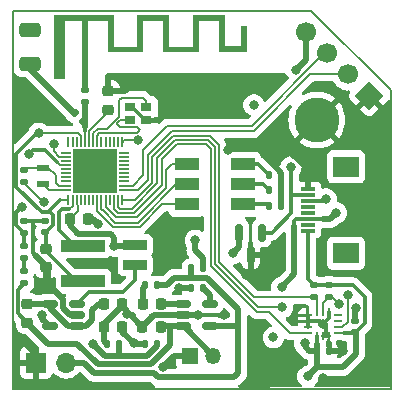
<source format=gbr>
G04 #@! TF.GenerationSoftware,KiCad,Pcbnew,7.0.2-6a45011f42~172~ubuntu22.04.1*
G04 #@! TF.CreationDate,2023-08-24T20:39:21+02:00*
G04 #@! TF.ProjectId,CH582,43483538-322e-46b6-9963-61645f706362,rev?*
G04 #@! TF.SameCoordinates,Original*
G04 #@! TF.FileFunction,Copper,L1,Top*
G04 #@! TF.FilePolarity,Positive*
%FSLAX46Y46*%
G04 Gerber Fmt 4.6, Leading zero omitted, Abs format (unit mm)*
G04 Created by KiCad (PCBNEW 7.0.2-6a45011f42~172~ubuntu22.04.1) date 2023-08-24 20:39:21*
%MOMM*%
%LPD*%
G01*
G04 APERTURE LIST*
G04 Aperture macros list*
%AMRoundRect*
0 Rectangle with rounded corners*
0 $1 Rounding radius*
0 $2 $3 $4 $5 $6 $7 $8 $9 X,Y pos of 4 corners*
0 Add a 4 corners polygon primitive as box body*
4,1,4,$2,$3,$4,$5,$6,$7,$8,$9,$2,$3,0*
0 Add four circle primitives for the rounded corners*
1,1,$1+$1,$2,$3*
1,1,$1+$1,$4,$5*
1,1,$1+$1,$6,$7*
1,1,$1+$1,$8,$9*
0 Add four rect primitives between the rounded corners*
20,1,$1+$1,$2,$3,$4,$5,0*
20,1,$1+$1,$4,$5,$6,$7,0*
20,1,$1+$1,$6,$7,$8,$9,0*
20,1,$1+$1,$8,$9,$2,$3,0*%
%AMHorizOval*
0 Thick line with rounded ends*
0 $1 width*
0 $2 $3 position (X,Y) of the first rounded end (center of the circle)*
0 $4 $5 position (X,Y) of the second rounded end (center of the circle)*
0 Add line between two ends*
20,1,$1,$2,$3,$4,$5,0*
0 Add two circle primitives to create the rounded ends*
1,1,$1,$2,$3*
1,1,$1,$4,$5*%
%AMRotRect*
0 Rectangle, with rotation*
0 The origin of the aperture is its center*
0 $1 length*
0 $2 width*
0 $3 Rotation angle, in degrees counterclockwise*
0 Add horizontal line*
21,1,$1,$2,0,0,$3*%
G04 Aperture macros list end*
G04 #@! TA.AperFunction,Profile*
%ADD10C,0.200000*%
G04 #@! TD*
G04 #@! TA.AperFunction,NonConductor*
%ADD11C,0.000000*%
G04 #@! TD*
G04 #@! TA.AperFunction,ComponentPad*
%ADD12R,0.900000X0.500000*%
G04 #@! TD*
G04 #@! TA.AperFunction,ConnectorPad*
%ADD13R,0.500000X0.500000*%
G04 #@! TD*
G04 #@! TA.AperFunction,SMDPad,CuDef*
%ADD14R,0.900000X0.800000*%
G04 #@! TD*
G04 #@! TA.AperFunction,SMDPad,CuDef*
%ADD15R,1.100000X0.600000*%
G04 #@! TD*
G04 #@! TA.AperFunction,SMDPad,CuDef*
%ADD16R,3.700000X1.100000*%
G04 #@! TD*
G04 #@! TA.AperFunction,SMDPad,CuDef*
%ADD17R,2.000000X0.850000*%
G04 #@! TD*
G04 #@! TA.AperFunction,ConnectorPad*
%ADD18C,3.800000*%
G04 #@! TD*
G04 #@! TA.AperFunction,ComponentPad*
%ADD19C,2.600000*%
G04 #@! TD*
G04 #@! TA.AperFunction,SMDPad,CuDef*
%ADD20R,0.675000X0.250000*%
G04 #@! TD*
G04 #@! TA.AperFunction,SMDPad,CuDef*
%ADD21R,0.250000X0.675000*%
G04 #@! TD*
G04 #@! TA.AperFunction,SMDPad,CuDef*
%ADD22R,2.200000X1.800000*%
G04 #@! TD*
G04 #@! TA.AperFunction,SMDPad,CuDef*
%ADD23R,1.300000X0.300000*%
G04 #@! TD*
G04 #@! TA.AperFunction,SMDPad,CuDef*
%ADD24RoundRect,0.135000X0.135000X0.185000X-0.135000X0.185000X-0.135000X-0.185000X0.135000X-0.185000X0*%
G04 #@! TD*
G04 #@! TA.AperFunction,SMDPad,CuDef*
%ADD25RoundRect,0.150000X-0.150000X0.587500X-0.150000X-0.587500X0.150000X-0.587500X0.150000X0.587500X0*%
G04 #@! TD*
G04 #@! TA.AperFunction,ComponentPad*
%ADD26R,1.700000X1.700000*%
G04 #@! TD*
G04 #@! TA.AperFunction,ComponentPad*
%ADD27O,1.700000X1.700000*%
G04 #@! TD*
G04 #@! TA.AperFunction,SMDPad,CuDef*
%ADD28RoundRect,0.140000X-0.170000X0.140000X-0.170000X-0.140000X0.170000X-0.140000X0.170000X0.140000X0*%
G04 #@! TD*
G04 #@! TA.AperFunction,SMDPad,CuDef*
%ADD29RoundRect,0.225000X0.250000X-0.225000X0.250000X0.225000X-0.250000X0.225000X-0.250000X-0.225000X0*%
G04 #@! TD*
G04 #@! TA.AperFunction,SMDPad,CuDef*
%ADD30RoundRect,0.135000X-0.135000X-0.185000X0.135000X-0.185000X0.135000X0.185000X-0.135000X0.185000X0*%
G04 #@! TD*
G04 #@! TA.AperFunction,SMDPad,CuDef*
%ADD31RoundRect,0.225000X0.225000X0.250000X-0.225000X0.250000X-0.225000X-0.250000X0.225000X-0.250000X0*%
G04 #@! TD*
G04 #@! TA.AperFunction,SMDPad,CuDef*
%ADD32RoundRect,0.250000X0.650000X-0.350000X0.650000X0.350000X-0.650000X0.350000X-0.650000X-0.350000X0*%
G04 #@! TD*
G04 #@! TA.AperFunction,SMDPad,CuDef*
%ADD33RoundRect,0.140000X0.140000X0.170000X-0.140000X0.170000X-0.140000X-0.170000X0.140000X-0.170000X0*%
G04 #@! TD*
G04 #@! TA.AperFunction,ComponentPad*
%ADD34C,0.500000*%
G04 #@! TD*
G04 #@! TA.AperFunction,SMDPad,CuDef*
%ADD35R,3.700000X3.700000*%
G04 #@! TD*
G04 #@! TA.AperFunction,SMDPad,CuDef*
%ADD36RoundRect,0.050000X0.350000X-0.050000X0.350000X0.050000X-0.350000X0.050000X-0.350000X-0.050000X0*%
G04 #@! TD*
G04 #@! TA.AperFunction,SMDPad,CuDef*
%ADD37RoundRect,0.050000X0.050000X-0.350000X0.050000X0.350000X-0.050000X0.350000X-0.050000X-0.350000X0*%
G04 #@! TD*
G04 #@! TA.AperFunction,ComponentPad*
%ADD38R,1.350000X1.350000*%
G04 #@! TD*
G04 #@! TA.AperFunction,ComponentPad*
%ADD39O,1.350000X1.350000*%
G04 #@! TD*
G04 #@! TA.AperFunction,SMDPad,CuDef*
%ADD40R,2.000000X1.100000*%
G04 #@! TD*
G04 #@! TA.AperFunction,SMDPad,CuDef*
%ADD41RoundRect,0.218750X0.218750X0.256250X-0.218750X0.256250X-0.218750X-0.256250X0.218750X-0.256250X0*%
G04 #@! TD*
G04 #@! TA.AperFunction,SMDPad,CuDef*
%ADD42RoundRect,0.135000X0.226274X0.035355X0.035355X0.226274X-0.226274X-0.035355X-0.035355X-0.226274X0*%
G04 #@! TD*
G04 #@! TA.AperFunction,SMDPad,CuDef*
%ADD43RoundRect,0.150000X-0.512500X-0.150000X0.512500X-0.150000X0.512500X0.150000X-0.512500X0.150000X0*%
G04 #@! TD*
G04 #@! TA.AperFunction,SMDPad,CuDef*
%ADD44RoundRect,0.135000X0.185000X-0.135000X0.185000X0.135000X-0.185000X0.135000X-0.185000X-0.135000X0*%
G04 #@! TD*
G04 #@! TA.AperFunction,ComponentPad*
%ADD45RotRect,1.700000X1.700000X225.000000*%
G04 #@! TD*
G04 #@! TA.AperFunction,ComponentPad*
%ADD46HorizOval,1.700000X0.000000X0.000000X0.000000X0.000000X0*%
G04 #@! TD*
G04 #@! TA.AperFunction,SMDPad,CuDef*
%ADD47RoundRect,0.225000X-0.225000X-0.250000X0.225000X-0.250000X0.225000X0.250000X-0.225000X0.250000X0*%
G04 #@! TD*
G04 #@! TA.AperFunction,SMDPad,CuDef*
%ADD48RoundRect,0.218750X-0.256250X0.218750X-0.256250X-0.218750X0.256250X-0.218750X0.256250X0.218750X0*%
G04 #@! TD*
G04 #@! TA.AperFunction,SMDPad,CuDef*
%ADD49RoundRect,0.225000X-0.250000X0.225000X-0.250000X-0.225000X0.250000X-0.225000X0.250000X0.225000X0*%
G04 #@! TD*
G04 #@! TA.AperFunction,SMDPad,CuDef*
%ADD50RoundRect,0.150000X0.512500X0.150000X-0.512500X0.150000X-0.512500X-0.150000X0.512500X-0.150000X0*%
G04 #@! TD*
G04 #@! TA.AperFunction,SMDPad,CuDef*
%ADD51RoundRect,0.135000X-0.185000X0.135000X-0.185000X-0.135000X0.185000X-0.135000X0.185000X0.135000X0*%
G04 #@! TD*
G04 #@! TA.AperFunction,ViaPad*
%ADD52C,0.800000*%
G04 #@! TD*
G04 #@! TA.AperFunction,Conductor*
%ADD53C,0.500000*%
G04 #@! TD*
G04 #@! TA.AperFunction,Conductor*
%ADD54C,0.170000*%
G04 #@! TD*
G04 #@! TA.AperFunction,Conductor*
%ADD55C,0.320000*%
G04 #@! TD*
G04 #@! TA.AperFunction,Conductor*
%ADD56C,0.100000*%
G04 #@! TD*
%ADD57C,0.350000*%
%ADD58C,0.300000*%
%ADD59C,0.200000*%
G04 APERTURE END LIST*
D10*
X47000000Y-21750000D02*
X47000000Y-47000000D01*
X15000000Y-47000000D01*
X15000000Y-15000000D01*
X40250000Y-15000000D01*
X47000000Y-21750000D01*
D11*
G04 #@! TA.AperFunction,NonConductor*
G36*
X21180000Y-25470000D02*
G01*
X21090000Y-25470000D01*
X20880000Y-24730000D01*
X21370000Y-24730000D01*
X21180000Y-25470000D01*
G37*
G04 #@! TD.AperFunction*
G04 #@! TA.AperFunction,NonConductor*
G36*
X34355000Y-16258600D02*
G01*
X34837600Y-16258600D01*
X34837600Y-18519200D01*
X34355000Y-18519200D01*
X34355000Y-16258600D01*
G37*
G04 #@! TD.AperFunction*
G04 #@! TA.AperFunction,EtchedComponent*
G36*
X23550000Y-18040000D02*
G01*
X25550000Y-18040000D01*
X25550000Y-15400000D01*
X28250000Y-15400000D01*
X28250000Y-18040000D01*
X30250000Y-18040000D01*
X30250000Y-15400000D01*
X32950000Y-15400000D01*
X32950000Y-18519200D01*
X32450000Y-18519200D01*
X32450000Y-15900000D01*
X30750000Y-15900000D01*
X30750000Y-18540000D01*
X27750000Y-18540000D01*
X27750000Y-15900000D01*
X26050000Y-15900000D01*
X26050000Y-18540000D01*
X23050000Y-18540000D01*
X23050000Y-15900000D01*
X21350000Y-15900000D01*
X21350000Y-20800000D01*
X20850000Y-20800000D01*
X20850000Y-15900000D01*
X19450000Y-15900000D01*
X19450000Y-20800000D01*
X18550000Y-20800000D01*
X18550000Y-20556785D01*
X18852417Y-20556785D01*
X18862258Y-20604395D01*
X18886326Y-20646797D01*
X18924269Y-20679581D01*
X18932181Y-20683935D01*
X18974844Y-20696043D01*
X19023363Y-20695300D01*
X19068878Y-20682400D01*
X19087489Y-20671787D01*
X19121132Y-20636553D01*
X19141691Y-20591368D01*
X19148222Y-20541842D01*
X19139782Y-20493583D01*
X19122888Y-20461357D01*
X19087628Y-20428687D01*
X19042318Y-20408592D01*
X18992733Y-20402018D01*
X18944647Y-20409908D01*
X18911755Y-20426814D01*
X18876815Y-20463584D01*
X18857153Y-20508378D01*
X18852417Y-20556785D01*
X18550000Y-20556785D01*
X18550000Y-15400000D01*
X23550000Y-15400000D01*
X23550000Y-18040000D01*
G37*
G04 #@! TD.AperFunction*
G36*
X32450000Y-18519200D02*
G01*
X34837600Y-18519200D01*
X34837600Y-18011200D01*
X32450000Y-18011200D01*
X32450000Y-18519200D01*
G37*
D12*
X19000000Y-20550000D03*
D13*
X21100000Y-20550000D03*
D14*
X26337000Y-24257000D03*
X24937000Y-24257000D03*
X24937000Y-23157000D03*
X26337000Y-23157000D03*
D15*
X17600000Y-29700000D03*
X17600000Y-28300000D03*
D16*
X21000000Y-34900000D03*
X21000000Y-37900000D03*
D17*
X25400000Y-34862000D03*
X25400000Y-36512000D03*
D18*
X40767000Y-24257000D03*
D19*
X40767000Y-24257000D03*
D20*
X39999200Y-40787800D03*
X39999200Y-41287800D03*
X39999200Y-41787800D03*
X39999200Y-42287800D03*
D21*
X40761700Y-42550300D03*
X41261700Y-42550300D03*
X41761700Y-42550300D03*
D20*
X42524200Y-42287800D03*
X42524200Y-41787800D03*
X42524200Y-41287800D03*
X42524200Y-40787800D03*
D21*
X41761700Y-40525300D03*
X41261700Y-40525300D03*
X40761700Y-40525300D03*
D22*
X43250000Y-28227000D03*
X43250000Y-35527000D03*
D23*
X40000000Y-30127000D03*
X40000000Y-30627000D03*
X40000000Y-31127000D03*
X40000000Y-31627000D03*
X40000000Y-32127000D03*
X40000000Y-32627000D03*
X40000000Y-33127000D03*
X40000000Y-33627000D03*
D24*
X30097000Y-36830000D03*
X31117000Y-36830000D03*
D25*
X36100000Y-33800000D03*
X34200000Y-33800000D03*
X35150000Y-35675000D03*
D26*
X17000000Y-44800000D03*
D27*
X19540000Y-44800000D03*
D28*
X44000000Y-41239100D03*
X44000000Y-42199100D03*
D24*
X37721000Y-31500000D03*
X36701000Y-31500000D03*
D29*
X17849200Y-36716000D03*
X17849200Y-35166000D03*
D30*
X26240000Y-38250000D03*
X27260000Y-38250000D03*
D31*
X21375000Y-32639000D03*
X19825000Y-32639000D03*
D24*
X37721000Y-28956000D03*
X36701000Y-28956000D03*
D32*
X16500000Y-16637800D03*
X16500000Y-19537800D03*
D33*
X41764500Y-43776500D03*
X40804500Y-43776500D03*
D34*
X23605482Y-26987800D03*
X22538815Y-26987800D03*
X21472149Y-26987800D03*
X20405482Y-26987800D03*
X23605482Y-28054467D03*
X22538815Y-28054467D03*
X21472149Y-28054467D03*
X20405482Y-28054467D03*
D35*
X22005482Y-28587800D03*
D34*
X23605482Y-29121133D03*
X22538815Y-29121133D03*
X21472149Y-29121133D03*
X20405482Y-29121133D03*
X23605482Y-30187800D03*
X22538815Y-30187800D03*
X21472149Y-30187800D03*
X20405482Y-30187800D03*
D36*
X19555482Y-30162800D03*
X19555482Y-29812800D03*
X19555482Y-29462800D03*
X19555482Y-29112800D03*
X19555482Y-28762800D03*
X19555482Y-28412800D03*
X19555482Y-28062800D03*
X19555482Y-27712800D03*
X19555482Y-27362800D03*
X19555482Y-27012800D03*
D37*
X19730482Y-26137800D03*
X20080482Y-26137800D03*
X20430482Y-26137800D03*
X20780482Y-26137800D03*
X21130482Y-26137800D03*
X21480482Y-26137800D03*
X21830482Y-26137800D03*
X22180482Y-26137800D03*
X22530482Y-26137800D03*
X22880482Y-26137800D03*
X23230482Y-26137800D03*
X23580482Y-26137800D03*
X23930482Y-26137800D03*
X24280482Y-26137800D03*
D36*
X24455482Y-27012800D03*
X24455482Y-27362800D03*
X24455482Y-27712800D03*
X24455482Y-28062800D03*
X24455482Y-28412800D03*
X24455482Y-28762800D03*
X24455482Y-29112800D03*
X24455482Y-29462800D03*
X24455482Y-29812800D03*
X24455482Y-30162800D03*
D37*
X24280482Y-31037800D03*
X23930482Y-31037800D03*
X23580482Y-31037800D03*
X23230482Y-31037800D03*
X22880482Y-31037800D03*
X22530482Y-31037800D03*
X22180482Y-31037800D03*
X21830482Y-31037800D03*
X21480482Y-31037800D03*
X21130482Y-31037800D03*
X20780482Y-31037800D03*
X20430482Y-31037800D03*
X20080482Y-31037800D03*
X19730482Y-31037800D03*
D38*
X30000000Y-44200000D03*
D39*
X32000000Y-44200000D03*
D40*
X34531000Y-31400000D03*
X34531000Y-29700000D03*
X34531000Y-28000000D03*
X29731000Y-28000000D03*
X29731000Y-29700000D03*
X29731000Y-31400000D03*
D41*
X27587500Y-39800000D03*
X26012500Y-39800000D03*
D24*
X37721000Y-30226000D03*
X36701000Y-30226000D03*
D28*
X17780000Y-32794000D03*
X17780000Y-33754000D03*
D30*
X30097000Y-38481000D03*
X31117000Y-38481000D03*
D42*
X20971248Y-24360624D03*
X20250000Y-23639376D03*
D43*
X29424200Y-39837800D03*
X29424200Y-40787800D03*
X29424200Y-41737800D03*
X31699200Y-41737800D03*
X31699200Y-39837800D03*
D24*
X27260000Y-43250000D03*
X26240000Y-43250000D03*
D44*
X16002000Y-33827800D03*
X16002000Y-32807800D03*
D45*
X45200000Y-22200000D03*
D46*
X43403949Y-20403949D03*
X41607898Y-18607898D03*
X39811846Y-16811846D03*
D47*
X22725000Y-41750000D03*
X24275000Y-41750000D03*
D31*
X24275000Y-39800000D03*
X22725000Y-39800000D03*
D48*
X16256000Y-39852500D03*
X16256000Y-41427500D03*
D49*
X23114000Y-21831000D03*
X23114000Y-23381000D03*
D50*
X20441500Y-41717000D03*
X20441500Y-40767000D03*
X20441500Y-39817000D03*
X18166500Y-39817000D03*
X18166500Y-41717000D03*
D51*
X41767900Y-38251300D03*
X41767900Y-39271300D03*
D47*
X26002100Y-41753000D03*
X27552100Y-41753000D03*
D44*
X16002000Y-38027800D03*
X16002000Y-37007800D03*
X16002000Y-35937800D03*
X16002000Y-34917800D03*
X16000000Y-29510000D03*
X16000000Y-28490000D03*
D51*
X40525100Y-38261300D03*
X40525100Y-39281300D03*
D30*
X22990000Y-43250000D03*
X24010000Y-43250000D03*
D51*
X21125000Y-21740000D03*
X21125000Y-22760000D03*
D52*
X35433000Y-22987000D03*
X37084000Y-42672000D03*
X37846000Y-40132000D03*
X33274000Y-26797000D03*
X46101000Y-35179000D03*
X44831000Y-25273000D03*
X37465000Y-44323000D03*
X28702000Y-34544000D03*
X15773400Y-24053800D03*
X41173400Y-35509200D03*
X28016200Y-32969200D03*
X18669000Y-24079200D03*
X27590750Y-36417250D03*
X17222200Y-25377800D03*
X39751000Y-43180000D03*
X15494000Y-46355000D03*
X34290000Y-23749000D03*
X46101000Y-32258000D03*
X46101000Y-26670000D03*
X23749000Y-37719000D03*
X20955000Y-36449000D03*
X20955000Y-46355000D03*
X35433000Y-43307000D03*
X39370000Y-44831000D03*
X41275000Y-46101000D03*
X46101000Y-38481000D03*
X46101000Y-42418000D03*
X46101000Y-46101000D03*
X15748000Y-21082000D03*
X34290000Y-21082000D03*
X29718000Y-21082000D03*
X29718000Y-23749000D03*
X41550500Y-30929361D03*
X32893000Y-40767000D03*
X29083000Y-38481000D03*
X22225000Y-33050500D03*
X30734000Y-40767000D03*
X24683071Y-40696081D03*
X18034000Y-38100000D03*
X30480000Y-34433500D03*
X33655000Y-35560000D03*
X42672000Y-39878000D03*
X25273000Y-21082000D03*
X17517709Y-40754353D03*
X21800000Y-43200000D03*
X40005000Y-45974000D03*
X42418000Y-32131000D03*
X37800000Y-38400000D03*
X34800000Y-37400000D03*
X25654000Y-25982961D03*
X38578812Y-28223188D03*
X36957000Y-27559000D03*
X18496356Y-26289000D03*
X15800000Y-31600000D03*
X16357798Y-27134299D03*
X27698000Y-45200000D03*
X44049500Y-40200000D03*
X43000000Y-43800000D03*
X43434000Y-39116000D03*
X41275000Y-41529000D03*
X15875000Y-43000000D03*
X23622000Y-34925000D03*
X25273000Y-43170500D03*
X39014266Y-20014266D03*
X17653000Y-31200000D03*
D53*
X40005000Y-45974000D02*
X40804500Y-45174500D01*
D54*
X22180482Y-26137800D02*
X22180482Y-25571518D01*
X22352000Y-25400000D02*
X25527000Y-25400000D01*
X22180482Y-25571518D02*
X22352000Y-25400000D01*
X25527000Y-25400000D02*
X25781000Y-25146000D01*
X25527000Y-24892000D02*
X24130000Y-24892000D01*
X25781000Y-25146000D02*
X25527000Y-24892000D01*
X24130000Y-24892000D02*
X23876000Y-24638000D01*
X23876000Y-24638000D02*
X23876000Y-24511000D01*
X23876000Y-24511000D02*
X24130000Y-24257000D01*
X24130000Y-24257000D02*
X24937000Y-24257000D01*
X21130482Y-25658800D02*
X21130482Y-25146000D01*
D55*
X34531000Y-28000000D02*
X35745000Y-28000000D01*
X35745000Y-28000000D02*
X36701000Y-28956000D01*
X34531000Y-29700000D02*
X36175000Y-29700000D01*
X36175000Y-29700000D02*
X36701000Y-30226000D01*
X34531000Y-31400000D02*
X36601000Y-31400000D01*
X36601000Y-31400000D02*
X36701000Y-31500000D01*
X36100000Y-33800000D02*
X36939000Y-33800000D01*
X36939000Y-33800000D02*
X38578812Y-32160188D01*
X38578812Y-32160188D02*
X38578812Y-30627000D01*
X40000000Y-30627000D02*
X38578812Y-30627000D01*
X38578812Y-30627000D02*
X38578812Y-28223188D01*
X40000000Y-31127000D02*
X41352861Y-31127000D01*
X41352861Y-31127000D02*
X41550500Y-30929361D01*
X40000000Y-32627000D02*
X39030000Y-32627000D01*
X39030000Y-32627000D02*
X38862000Y-32795000D01*
X38862000Y-32795000D02*
X38862000Y-33274000D01*
X40000000Y-32627000D02*
X41263000Y-32627000D01*
X41263000Y-32627000D02*
X41275000Y-32639000D01*
D54*
X23580482Y-31037800D02*
X23580482Y-31796260D01*
X23580482Y-31796260D02*
X23919223Y-32135000D01*
X23919223Y-32135000D02*
X25284259Y-32135000D01*
X25284259Y-32135000D02*
X27652026Y-29767234D01*
X27652026Y-29767234D02*
X27652026Y-27592974D01*
X27652026Y-27592974D02*
X28921000Y-26324000D01*
X28921000Y-26324000D02*
X31388740Y-26324000D01*
X31761000Y-26696260D02*
X31761000Y-36607519D01*
X38477800Y-42287800D02*
X39999200Y-42287800D01*
X31388740Y-26324000D02*
X31761000Y-26696260D01*
X35666481Y-40513000D02*
X36703000Y-40513000D01*
X31761000Y-36607519D02*
X35666481Y-40513000D01*
X36703000Y-40513000D02*
X38477800Y-42287800D01*
D55*
X39751000Y-43180000D02*
X39751000Y-43434000D01*
D53*
X40804500Y-43776500D02*
X40093500Y-43776500D01*
X40093500Y-43776500D02*
X39751000Y-43434000D01*
D54*
X35808740Y-40132000D02*
X37846000Y-40132000D01*
X26441498Y-27233723D02*
X26441498Y-29372632D01*
X35430264Y-25192000D02*
X28483221Y-25192000D01*
X25651330Y-30162800D02*
X24455482Y-30162800D01*
X40218315Y-20403949D02*
X35430264Y-25192000D01*
X26441498Y-29372632D02*
X25651330Y-30162800D01*
X28483221Y-25192000D02*
X26441498Y-27233723D01*
X43403949Y-20403949D02*
X40218315Y-20403949D01*
X25178200Y-29812800D02*
X24455482Y-29812800D01*
X26071498Y-28919502D02*
X25178200Y-29812800D01*
X26071498Y-26760502D02*
X26071498Y-28919502D01*
X28067000Y-24765000D02*
X26071498Y-26760502D01*
X35232269Y-24765000D02*
X28067000Y-24765000D01*
X41389371Y-18607898D02*
X35232269Y-24765000D01*
X41607898Y-18607898D02*
X41389371Y-18607898D01*
D55*
X26337000Y-24257000D02*
X27178000Y-24257000D01*
X24937000Y-23157000D02*
X25147000Y-23157000D01*
X25147000Y-23157000D02*
X26247000Y-24257000D01*
X26247000Y-24257000D02*
X26337000Y-24257000D01*
X40761700Y-42550300D02*
X40761700Y-43200000D01*
D54*
X20430482Y-31037800D02*
X20430482Y-31363572D01*
X20430482Y-31363572D02*
X20574000Y-31507090D01*
X20574000Y-31507090D02*
X20574000Y-32004000D01*
X19939000Y-32639000D02*
X19825000Y-32639000D01*
X20574000Y-32004000D02*
X19939000Y-32639000D01*
X29731000Y-31400000D02*
X27685520Y-31400000D01*
X27685520Y-31400000D02*
X25776519Y-33309000D01*
X25776519Y-33309000D02*
X23523442Y-33309000D01*
X23523442Y-33309000D02*
X22180482Y-31966040D01*
X22180482Y-31966040D02*
X22180482Y-31037800D01*
X22530482Y-31037800D02*
X22530482Y-31796259D01*
X25623260Y-32939000D02*
X28862260Y-29700000D01*
X22530482Y-31796259D02*
X22727223Y-31993000D01*
X22727223Y-31993000D02*
X22730702Y-31993000D01*
X22730702Y-31993000D02*
X23676702Y-32939000D01*
X23676702Y-32939000D02*
X25623260Y-32939000D01*
X28862260Y-29700000D02*
X29731000Y-29700000D01*
X22880482Y-31037800D02*
X22880482Y-31623000D01*
X23930482Y-31037800D02*
X23930482Y-31623000D01*
X20550310Y-25377800D02*
X17222200Y-25377800D01*
X21830482Y-26137800D02*
X21830482Y-25398259D01*
X21830482Y-25398259D02*
X22198740Y-25030000D01*
X22960740Y-25030000D02*
X24003000Y-23987740D01*
X26049000Y-22366000D02*
X26337000Y-22654000D01*
X22198740Y-25030000D02*
X22960740Y-25030000D01*
X24003000Y-23987740D02*
X24003000Y-22606000D01*
X24003000Y-22606000D02*
X24243000Y-22366000D01*
X24243000Y-22366000D02*
X26049000Y-22366000D01*
X26337000Y-22654000D02*
X26337000Y-23157000D01*
X21480482Y-26137800D02*
X21480482Y-25224999D01*
X21480482Y-25224999D02*
X23114000Y-23591481D01*
X23114000Y-23591481D02*
X23114000Y-23381000D01*
X21130482Y-26137800D02*
X21130482Y-25625000D01*
X20080482Y-31540191D02*
X19820673Y-31800000D01*
X20080482Y-31037800D02*
X20080482Y-31540191D01*
X20780482Y-26137800D02*
X20780482Y-25607972D01*
X20780482Y-25607972D02*
X20550310Y-25377800D01*
X18496356Y-26289000D02*
X18496356Y-26884030D01*
X18496356Y-26884030D02*
X18975126Y-27362800D01*
X18975126Y-27362800D02*
X19555482Y-27362800D01*
X19555482Y-28062800D02*
X19045800Y-28062800D01*
X19045800Y-28062800D02*
X18796000Y-27813000D01*
D55*
X18006000Y-32081800D02*
X19050000Y-31037800D01*
D54*
X19730482Y-31037800D02*
X19050000Y-31037800D01*
X19555482Y-29812800D02*
X18890800Y-29812800D01*
X18890800Y-29812800D02*
X18669000Y-29591000D01*
X18669000Y-29591000D02*
X18669000Y-28956000D01*
X18669000Y-28956000D02*
X18013000Y-28300000D01*
X18013000Y-28300000D02*
X17600000Y-28300000D01*
D55*
X17222200Y-25377800D02*
X17040200Y-25377800D01*
X17040200Y-25377800D02*
X15320000Y-27098000D01*
X15320000Y-29920000D02*
X15400000Y-30000000D01*
X15320000Y-27098000D02*
X15320000Y-29920000D01*
X15400000Y-30000000D02*
X15400000Y-30021803D01*
X15400000Y-30021803D02*
X17459997Y-32081800D01*
X17459997Y-32081800D02*
X18006000Y-32081800D01*
X21000000Y-34900000D02*
X20288893Y-34900000D01*
X20288893Y-34900000D02*
X18970000Y-33581107D01*
X18970000Y-33581107D02*
X18970000Y-32030000D01*
X18970000Y-32030000D02*
X19200000Y-31800000D01*
X19200000Y-31800000D02*
X19820673Y-31800000D01*
D53*
X21813500Y-32639000D02*
X21375000Y-32639000D01*
X22225000Y-33050500D02*
X21813500Y-32639000D01*
D54*
X22883962Y-31623000D02*
X23765962Y-32505000D01*
X22880482Y-31623000D02*
X22883962Y-31623000D01*
X23765962Y-32505000D02*
X25534000Y-32505000D01*
X25534000Y-32505000D02*
X28022026Y-30016974D01*
X28022026Y-30016974D02*
X28022026Y-28492974D01*
X28022026Y-28492974D02*
X28515000Y-28000000D01*
X28515000Y-28000000D02*
X29731000Y-28000000D01*
X40525100Y-39281300D02*
X35481300Y-39281300D01*
X32501000Y-26389740D02*
X31695258Y-25584000D01*
X28614480Y-25584000D02*
X26811498Y-27386982D01*
X35481300Y-39281300D02*
X32501000Y-36301000D01*
X32501000Y-36301000D02*
X32501000Y-26389740D01*
X26811498Y-27386982D02*
X26811498Y-29561242D01*
X26811498Y-29561242D02*
X25334940Y-31037800D01*
X31695258Y-25584000D02*
X28614480Y-25584000D01*
X25334940Y-31037800D02*
X24315482Y-31037800D01*
X35808740Y-40132000D02*
X32131000Y-36454260D01*
X32131000Y-36454260D02*
X32131000Y-26543000D01*
X27265000Y-27456740D02*
X27265000Y-29631000D01*
X32131000Y-26543000D02*
X31541999Y-25954000D01*
X31541999Y-25954000D02*
X28767740Y-25954000D01*
X27265000Y-29631000D02*
X25131000Y-31765000D01*
X28767740Y-25954000D02*
X27265000Y-27456740D01*
X24072482Y-31765000D02*
X23930482Y-31623000D01*
X25131000Y-31765000D02*
X24072482Y-31765000D01*
X25654000Y-25982961D02*
X24435321Y-25982961D01*
X24315482Y-26102800D02*
X24315482Y-26137800D01*
X24435321Y-25982961D02*
X24315482Y-26102800D01*
D53*
X39014266Y-20014266D02*
X39811846Y-19216686D01*
X39811846Y-19216686D02*
X39811846Y-16811846D01*
X36957000Y-27559000D02*
X37465000Y-27051000D01*
X40000000Y-28443000D02*
X40000000Y-30027000D01*
X37465000Y-27051000D02*
X38608000Y-27051000D01*
X38608000Y-27051000D02*
X40000000Y-28443000D01*
D55*
X40000000Y-37736200D02*
X40000000Y-33637000D01*
D53*
X41910000Y-32639000D02*
X41275000Y-32639000D01*
X42418000Y-32131000D02*
X41910000Y-32639000D01*
X38862000Y-33274000D02*
X38862000Y-37338000D01*
X38862000Y-37338000D02*
X37800000Y-38400000D01*
X25337000Y-34925000D02*
X25400000Y-34862000D01*
X23622000Y-34925000D02*
X25337000Y-34925000D01*
D55*
X25400000Y-37794000D02*
X25400000Y-36512000D01*
X20441500Y-39817000D02*
X21448500Y-38810000D01*
X21448500Y-38810000D02*
X24384000Y-38810000D01*
X24384000Y-38810000D02*
X25400000Y-37794000D01*
D53*
X22606000Y-33900000D02*
X20565000Y-33900000D01*
X23622000Y-34925000D02*
X23622000Y-34222000D01*
X23622000Y-34222000D02*
X23300000Y-33900000D01*
X23300000Y-33900000D02*
X22606000Y-33900000D01*
X20565000Y-33900000D02*
X19825000Y-33160000D01*
X19825000Y-33160000D02*
X19825000Y-32639000D01*
D55*
X17849200Y-35166000D02*
X17849200Y-35375200D01*
X17849200Y-35375200D02*
X20374000Y-37900000D01*
X20374000Y-37900000D02*
X21000000Y-37900000D01*
X17849200Y-35166000D02*
X17849200Y-33823200D01*
X17849200Y-33823200D02*
X17780000Y-33754000D01*
X17780000Y-33754000D02*
X17837107Y-33754000D01*
X17837107Y-33754000D02*
X18450000Y-33141107D01*
X18450000Y-33141107D02*
X18450000Y-32293000D01*
X18450000Y-32293000D02*
X18122400Y-31965400D01*
D53*
X36957000Y-27559000D02*
X36957000Y-27940000D01*
X36957000Y-27940000D02*
X37721000Y-28704000D01*
X37721000Y-28704000D02*
X37721000Y-31500000D01*
X30480000Y-34433500D02*
X30480000Y-35306000D01*
X30480000Y-35306000D02*
X31117000Y-35943000D01*
X31117000Y-35943000D02*
X31117000Y-36830000D01*
X30099000Y-37600000D02*
X31504000Y-37600000D01*
X28692000Y-37600000D02*
X30099000Y-37600000D01*
X30099000Y-36832000D02*
X30097000Y-36830000D01*
X30099000Y-37600000D02*
X30099000Y-36832000D01*
X27260000Y-38250000D02*
X28042000Y-38250000D01*
X31504000Y-37600000D02*
X34124000Y-40220000D01*
X28042000Y-38250000D02*
X28692000Y-37600000D01*
X33750000Y-46050000D02*
X27345918Y-46050000D01*
X34124000Y-40220000D02*
X34124000Y-45676000D01*
X34124000Y-45676000D02*
X33750000Y-46050000D01*
X27345918Y-46050000D02*
X26953918Y-45658000D01*
X26953918Y-45658000D02*
X21909000Y-45658000D01*
X21909000Y-45658000D02*
X21051000Y-44800000D01*
X21051000Y-44800000D02*
X19540000Y-44800000D01*
D55*
X17780000Y-32794000D02*
X16764000Y-32794000D01*
X16764000Y-32794000D02*
X16015800Y-32794000D01*
X16764000Y-32794000D02*
X16764000Y-35560000D01*
X16764000Y-35560000D02*
X16891000Y-35687000D01*
X16015800Y-32794000D02*
X16002000Y-32807800D01*
D53*
X17849200Y-36716000D02*
X17849200Y-36645200D01*
X17849200Y-36645200D02*
X16891000Y-35687000D01*
X18034000Y-38100000D02*
X18034000Y-36900800D01*
X18034000Y-36900800D02*
X17849200Y-36716000D01*
D55*
X16357798Y-27134299D02*
X16695097Y-26797000D01*
X16695097Y-26797000D02*
X17780000Y-26797000D01*
X17780000Y-26797000D02*
X18796000Y-27813000D01*
D53*
X25273000Y-43170500D02*
X25352500Y-43250000D01*
X25273000Y-43170500D02*
X25263500Y-43170500D01*
X25263500Y-43170500D02*
X24275000Y-42182000D01*
X24275000Y-42182000D02*
X24275000Y-41750000D01*
X25352500Y-43250000D02*
X26240000Y-43250000D01*
D55*
X16002000Y-37007800D02*
X16002000Y-35937800D01*
X16002000Y-34917800D02*
X16002000Y-33827800D01*
X16002000Y-38027800D02*
X15421000Y-38608800D01*
X15421000Y-38608800D02*
X15421000Y-40592500D01*
X15421000Y-40592500D02*
X16256000Y-41427500D01*
D53*
X20441500Y-43200550D02*
X18029050Y-43200550D01*
X18029050Y-43200550D02*
X16256000Y-41427500D01*
X15875000Y-43000000D02*
X17000000Y-44125000D01*
X17000000Y-44125000D02*
X17000000Y-44800000D01*
X17517709Y-41068209D02*
X18166500Y-41717000D01*
X17517709Y-40754353D02*
X17517709Y-41068209D01*
X20441500Y-41717000D02*
X19677528Y-41717000D01*
X19677528Y-41717000D02*
X18166500Y-40205972D01*
X18166500Y-40205972D02*
X18166500Y-39817000D01*
X16256000Y-39852500D02*
X18131000Y-39852500D01*
X18131000Y-39852500D02*
X18166500Y-39817000D01*
X21100000Y-19825000D02*
X21100000Y-21605000D01*
D55*
X44000000Y-42199100D02*
X44057107Y-42199100D01*
X44057107Y-42199100D02*
X44809500Y-41446707D01*
X44809500Y-41446707D02*
X44809500Y-39221500D01*
X43839300Y-38251300D02*
X40535100Y-38251300D01*
X40535100Y-38251300D02*
X40525100Y-38261300D01*
X44809500Y-39221500D02*
X43839300Y-38251300D01*
D54*
X41767900Y-39271300D02*
X42065300Y-39271300D01*
X42065300Y-39271300D02*
X42672000Y-39878000D01*
X17600000Y-29700000D02*
X18097800Y-30197800D01*
X18097800Y-30197800D02*
X19555482Y-30197800D01*
X16000000Y-28490000D02*
X16169000Y-28321000D01*
X16169000Y-28321000D02*
X17579000Y-28321000D01*
X17579000Y-28321000D02*
X17600000Y-28300000D01*
X17653000Y-31200000D02*
X17611000Y-31200000D01*
X17611000Y-31200000D02*
X16000000Y-29589000D01*
X16000000Y-29589000D02*
X16000000Y-29510000D01*
X42524200Y-41787800D02*
X42921200Y-41787800D01*
X42921200Y-41787800D02*
X43364500Y-41344500D01*
X43364500Y-41344500D02*
X43364500Y-39185500D01*
X43364500Y-39185500D02*
X43434000Y-39116000D01*
X43053000Y-42287800D02*
X42524200Y-42287800D01*
D55*
X43053000Y-42287800D02*
X43911300Y-42287800D01*
X43911300Y-42287800D02*
X44000000Y-42199100D01*
D53*
X26002100Y-41753000D02*
X26967300Y-40787800D01*
X26967300Y-40787800D02*
X29424200Y-40787800D01*
X25273000Y-21082000D02*
X24524000Y-21831000D01*
X24524000Y-21831000D02*
X23114000Y-21831000D01*
X33655000Y-35560000D02*
X34200000Y-35015000D01*
X34200000Y-35015000D02*
X34200000Y-33800000D01*
D54*
X40761700Y-40525300D02*
X40761700Y-39517900D01*
X40761700Y-39517900D02*
X40525100Y-39281300D01*
X41261700Y-39777500D02*
X41261700Y-40525300D01*
X41767900Y-39271300D02*
X41261700Y-39777500D01*
D53*
X42672000Y-39878000D02*
X42672000Y-39751000D01*
D55*
X40525100Y-38261300D02*
X40000000Y-37736200D01*
D53*
X42963500Y-45174500D02*
X44069000Y-44069000D01*
X40804500Y-45174500D02*
X42963500Y-45174500D01*
X44069000Y-44069000D02*
X44069000Y-42268100D01*
X40804500Y-43776500D02*
X40804500Y-45174500D01*
D55*
X41261700Y-42550300D02*
X41529000Y-42550300D01*
X41529000Y-42550300D02*
X41761700Y-42550300D01*
X41275000Y-41529000D02*
X41529000Y-41783000D01*
X41529000Y-41783000D02*
X41529000Y-42550300D01*
X41275000Y-41529000D02*
X41261700Y-41542300D01*
D53*
X26409365Y-44258000D02*
X24003000Y-44258000D01*
X24003000Y-44258000D02*
X22850685Y-44258000D01*
X24010000Y-43250000D02*
X24010000Y-44251000D01*
X24010000Y-44251000D02*
X24003000Y-44258000D01*
X27260000Y-43250000D02*
X27260000Y-43407365D01*
X21800000Y-43207315D02*
X21800000Y-43200000D01*
X27260000Y-43407365D02*
X26409365Y-44258000D01*
X22850685Y-44258000D02*
X21800000Y-43207315D01*
X28321000Y-41737800D02*
X28321000Y-43336315D01*
X28321000Y-43336315D02*
X26699315Y-44958000D01*
X26699315Y-44958000D02*
X22198950Y-44958000D01*
X22198950Y-44958000D02*
X20441500Y-43200550D01*
X20250000Y-23639376D02*
X20210376Y-23639376D01*
X20210376Y-23639376D02*
X16500000Y-19929000D01*
X16500000Y-19929000D02*
X16500000Y-19537800D01*
X40761700Y-43733700D02*
X40761700Y-43200000D01*
X31699200Y-39837800D02*
X31699200Y-39063200D01*
X31699200Y-39063200D02*
X31117000Y-38481000D01*
X30097000Y-38481000D02*
X29083000Y-38481000D01*
X27587500Y-39800000D02*
X29386400Y-39800000D01*
X29386400Y-39800000D02*
X29424200Y-39837800D01*
X26012500Y-39800000D02*
X26012500Y-38477500D01*
X26012500Y-38477500D02*
X26240000Y-38250000D01*
D55*
X15800000Y-31600000D02*
X15322000Y-32078000D01*
X15322000Y-32078000D02*
X15322000Y-33147800D01*
X15322000Y-33147800D02*
X16002000Y-33827800D01*
D53*
X20441500Y-41717000D02*
X21202264Y-41717000D01*
X21202264Y-41717000D02*
X21717000Y-41202264D01*
X21717000Y-41202264D02*
X21717000Y-40386000D01*
X21717000Y-40386000D02*
X22303000Y-39800000D01*
X22303000Y-39800000D02*
X22725000Y-39800000D01*
X18034000Y-38173472D02*
X19279000Y-39418472D01*
X18034000Y-38100000D02*
X18034000Y-38173472D01*
X19279000Y-39418472D02*
X19279000Y-40165528D01*
X19279000Y-40165528D02*
X19880472Y-40767000D01*
X19880472Y-40767000D02*
X20441500Y-40767000D01*
X27698000Y-45200000D02*
X28698000Y-44200000D01*
X28698000Y-44200000D02*
X30000000Y-44200000D01*
X28321000Y-41737800D02*
X27567300Y-41737800D01*
X29424200Y-41737800D02*
X28321000Y-41737800D01*
X27567300Y-41737800D02*
X27552100Y-41753000D01*
X29424200Y-41737800D02*
X29537800Y-41737800D01*
X29537800Y-41737800D02*
X32000000Y-44200000D01*
X31699200Y-41737800D02*
X33918200Y-41737800D01*
D56*
X34000000Y-41656000D02*
X34000000Y-41737800D01*
D53*
X34800000Y-37400000D02*
X35150000Y-37050000D01*
X35150000Y-37050000D02*
X35150000Y-35675000D01*
D55*
X39999200Y-41287800D02*
X41033800Y-41287800D01*
X41033800Y-41287800D02*
X41275000Y-41529000D01*
X39999200Y-40787800D02*
X39999200Y-41787800D01*
X41761700Y-40525300D02*
X41761700Y-41042300D01*
X41761700Y-41042300D02*
X41275000Y-41529000D01*
D53*
X44000000Y-41239100D02*
X44000000Y-40249500D01*
X44000000Y-40249500D02*
X44049500Y-40200000D01*
X41764500Y-43776500D02*
X42976500Y-43776500D01*
X42976500Y-43776500D02*
X43000000Y-43800000D01*
X30713200Y-40787800D02*
X30734000Y-40767000D01*
X29424200Y-40787800D02*
X30713200Y-40787800D01*
X24275000Y-39800000D02*
X24275000Y-40025900D01*
X24275000Y-40025900D02*
X26002100Y-41753000D01*
X22725000Y-41750000D02*
X22725000Y-41535000D01*
X22725000Y-41535000D02*
X24275000Y-39985000D01*
X24275000Y-39985000D02*
X24275000Y-39800000D01*
X22990000Y-43250000D02*
X22720000Y-42980000D01*
X22720000Y-42980000D02*
X22720000Y-41755000D01*
X22720000Y-41755000D02*
X22725000Y-41750000D01*
X21125000Y-22920000D02*
X21125000Y-24700000D01*
G04 #@! TA.AperFunction,Conductor*
G36*
X15205703Y-41311737D02*
G01*
X15212181Y-41317769D01*
X15244181Y-41349769D01*
X15277666Y-41411092D01*
X15280500Y-41437449D01*
X15280500Y-41694174D01*
X15280818Y-41697287D01*
X15280819Y-41697306D01*
X15290563Y-41792685D01*
X15343450Y-41952285D01*
X15431720Y-42095393D01*
X15550606Y-42214279D01*
X15550608Y-42214280D01*
X15550609Y-42214281D01*
X15693713Y-42302549D01*
X15721320Y-42311697D01*
X15853314Y-42355436D01*
X15948693Y-42365180D01*
X15948694Y-42365180D01*
X15951826Y-42365500D01*
X16081270Y-42365500D01*
X16148309Y-42385185D01*
X16168951Y-42401819D01*
X16792877Y-43025745D01*
X17213681Y-43446548D01*
X17247166Y-43507871D01*
X17250000Y-43534229D01*
X17250000Y-44364498D01*
X17142315Y-44315320D01*
X17035763Y-44300000D01*
X16964237Y-44300000D01*
X16857685Y-44315320D01*
X16749999Y-44364498D01*
X16750000Y-43450000D01*
X16105482Y-43450000D01*
X16098867Y-43450354D01*
X16042628Y-43456400D01*
X15907910Y-43506647D01*
X15792811Y-43592811D01*
X15706647Y-43707910D01*
X15656400Y-43842628D01*
X15650354Y-43898867D01*
X15650000Y-43905481D01*
X15649999Y-44549999D01*
X15650000Y-44550000D01*
X16566314Y-44550000D01*
X16540507Y-44590156D01*
X16500000Y-44728111D01*
X16500000Y-44871889D01*
X16540507Y-45009844D01*
X16566314Y-45050000D01*
X15650000Y-45050000D01*
X15650000Y-45694518D01*
X15650354Y-45701132D01*
X15656400Y-45757371D01*
X15706647Y-45892089D01*
X15792811Y-46007188D01*
X15907910Y-46093352D01*
X16042628Y-46143599D01*
X16098867Y-46149645D01*
X16105482Y-46150000D01*
X16749999Y-46150000D01*
X16749999Y-45235501D01*
X16857685Y-45284680D01*
X16964237Y-45300000D01*
X17035763Y-45300000D01*
X17142315Y-45284680D01*
X17250000Y-45235501D01*
X17250000Y-46150000D01*
X17894518Y-46150000D01*
X17901132Y-46149645D01*
X17957371Y-46143599D01*
X18092089Y-46093352D01*
X18207188Y-46007188D01*
X18293352Y-45892089D01*
X18342422Y-45760528D01*
X18384294Y-45704595D01*
X18449758Y-45680178D01*
X18518031Y-45695030D01*
X18546285Y-45716181D01*
X18668599Y-45838495D01*
X18862170Y-45974035D01*
X19076337Y-46073903D01*
X19304592Y-46135062D01*
X19304592Y-46135063D01*
X19539999Y-46155659D01*
X19539999Y-46155658D01*
X19540000Y-46155659D01*
X19775408Y-46135063D01*
X20003663Y-46073903D01*
X20217830Y-45974035D01*
X20411401Y-45838495D01*
X20578495Y-45671401D01*
X20610094Y-45626272D01*
X20664668Y-45582649D01*
X20734166Y-45575455D01*
X20796521Y-45606977D01*
X20799348Y-45609716D01*
X21333269Y-46143637D01*
X21345049Y-46157268D01*
X21359389Y-46176529D01*
X21397339Y-46208373D01*
X21405314Y-46215681D01*
X21409223Y-46219590D01*
X21412055Y-46221829D01*
X21412065Y-46221838D01*
X21433542Y-46238819D01*
X21436298Y-46241063D01*
X21493786Y-46289302D01*
X21493788Y-46289303D01*
X21494757Y-46290116D01*
X21511177Y-46300576D01*
X21512321Y-46301109D01*
X21512323Y-46301111D01*
X21580357Y-46332835D01*
X21583456Y-46334335D01*
X21650567Y-46368040D01*
X21651704Y-46368611D01*
X21670084Y-46374998D01*
X21671321Y-46375253D01*
X21671327Y-46375256D01*
X21744862Y-46390439D01*
X21748209Y-46391181D01*
X21821279Y-46408500D01*
X21821281Y-46408500D01*
X21822505Y-46408790D01*
X21841876Y-46410769D01*
X21843140Y-46410732D01*
X21843144Y-46410733D01*
X21918110Y-46408552D01*
X21921716Y-46408500D01*
X26591688Y-46408500D01*
X26658727Y-46428185D01*
X26679369Y-46444819D01*
X26770187Y-46535637D01*
X26781969Y-46549270D01*
X26796308Y-46568531D01*
X26834256Y-46600373D01*
X26842231Y-46607681D01*
X26846141Y-46611591D01*
X26870474Y-46630830D01*
X26873253Y-46633095D01*
X26931670Y-46682113D01*
X26948095Y-46692576D01*
X26949239Y-46693109D01*
X26949241Y-46693111D01*
X26977394Y-46706239D01*
X27029833Y-46752409D01*
X27048986Y-46819602D01*
X27028772Y-46886484D01*
X26975607Y-46931820D01*
X26925482Y-46942620D01*
X15124992Y-46989447D01*
X15057875Y-46970029D01*
X15011911Y-46917407D01*
X15000500Y-46865448D01*
X15000500Y-41405450D01*
X15020185Y-41338411D01*
X15072989Y-41292656D01*
X15142147Y-41282712D01*
X15205703Y-41311737D01*
G37*
G04 #@! TD.AperFunction*
G04 #@! TA.AperFunction,Conductor*
G36*
X32987655Y-40156257D02*
G01*
X33024150Y-40181518D01*
X33337180Y-40494548D01*
X33370665Y-40555871D01*
X33373499Y-40582229D01*
X33373499Y-40754690D01*
X33373500Y-40863300D01*
X33353816Y-40930339D01*
X33301012Y-40976094D01*
X33249500Y-40987300D01*
X32494027Y-40987300D01*
X32459432Y-40982376D01*
X32314272Y-40940202D01*
X32279828Y-40937491D01*
X32279814Y-40937490D01*
X32277394Y-40937300D01*
X31121006Y-40937300D01*
X31118586Y-40937490D01*
X31118571Y-40937491D01*
X31084127Y-40940202D01*
X30926302Y-40986055D01*
X30771352Y-41077693D01*
X30770640Y-41076489D01*
X30725666Y-41101044D01*
X30655975Y-41096055D01*
X30608260Y-41064048D01*
X30583996Y-41037800D01*
X30318515Y-41037800D01*
X30255394Y-41020532D01*
X30197097Y-40986055D01*
X30039272Y-40940202D01*
X30004828Y-40937491D01*
X30004814Y-40937490D01*
X30002394Y-40937300D01*
X29298200Y-40937300D01*
X29231161Y-40917615D01*
X29185406Y-40864811D01*
X29174200Y-40813300D01*
X29174200Y-40762300D01*
X29193885Y-40695261D01*
X29246689Y-40649506D01*
X29298200Y-40638300D01*
X29999949Y-40638300D01*
X30002394Y-40638300D01*
X30039269Y-40635398D01*
X30197098Y-40589544D01*
X30255393Y-40555068D01*
X30318515Y-40537800D01*
X30583996Y-40537800D01*
X30608259Y-40511552D01*
X30668220Y-40475685D01*
X30738054Y-40477930D01*
X30771130Y-40498280D01*
X30771352Y-40497907D01*
X30784834Y-40505880D01*
X30784835Y-40505881D01*
X30882859Y-40563852D01*
X30926302Y-40589544D01*
X31084127Y-40635397D01*
X31084131Y-40635398D01*
X31121006Y-40638300D01*
X31123451Y-40638300D01*
X32274949Y-40638300D01*
X32277394Y-40638300D01*
X32314269Y-40635398D01*
X32472098Y-40589544D01*
X32613565Y-40505881D01*
X32729781Y-40389665D01*
X32813444Y-40248198D01*
X32817393Y-40234605D01*
X32854996Y-40175720D01*
X32918468Y-40146513D01*
X32987655Y-40156257D01*
G37*
G04 #@! TD.AperFunction*
G04 #@! TA.AperFunction,Conductor*
G36*
X35079703Y-40754690D02*
G01*
X35086181Y-40760722D01*
X35219589Y-40894130D01*
X35230277Y-40906316D01*
X35248898Y-40930583D01*
X35279602Y-40954143D01*
X35279604Y-40954145D01*
X35331114Y-40993670D01*
X35371205Y-41024433D01*
X35513635Y-41083429D01*
X35628108Y-41098500D01*
X35628114Y-41098500D01*
X35666481Y-41103551D01*
X35696788Y-41099561D01*
X35712974Y-41098500D01*
X36409116Y-41098500D01*
X36476155Y-41118185D01*
X36496797Y-41134819D01*
X36946724Y-41584746D01*
X36980209Y-41646069D01*
X36975225Y-41715761D01*
X36933353Y-41771694D01*
X36884825Y-41793717D01*
X36804196Y-41810855D01*
X36631269Y-41887848D01*
X36478129Y-41999110D01*
X36351466Y-42139783D01*
X36256820Y-42303715D01*
X36198326Y-42483742D01*
X36178540Y-42672000D01*
X36198326Y-42860257D01*
X36256820Y-43040284D01*
X36351466Y-43204216D01*
X36478129Y-43344889D01*
X36631269Y-43456151D01*
X36804197Y-43533144D01*
X36989352Y-43572500D01*
X36989354Y-43572500D01*
X37178648Y-43572500D01*
X37358698Y-43534229D01*
X37363803Y-43533144D01*
X37536730Y-43456151D01*
X37607580Y-43404676D01*
X37689870Y-43344889D01*
X37816533Y-43204216D01*
X37911179Y-43040284D01*
X37933256Y-42972337D01*
X37969674Y-42860256D01*
X37969674Y-42860254D01*
X37973701Y-42847861D01*
X37978052Y-42849274D01*
X37994923Y-42808253D01*
X38052216Y-42768261D01*
X38122034Y-42765592D01*
X38167155Y-42787440D01*
X38182524Y-42799233D01*
X38182525Y-42799233D01*
X38182526Y-42799234D01*
X38204300Y-42808253D01*
X38324954Y-42858229D01*
X38439427Y-42873300D01*
X38439433Y-42873300D01*
X38477800Y-42878351D01*
X38508107Y-42874361D01*
X38524293Y-42873300D01*
X38740059Y-42873300D01*
X38807098Y-42892985D01*
X38852853Y-42945789D01*
X38863379Y-43010260D01*
X38852465Y-43114111D01*
X38845540Y-43179999D01*
X38865326Y-43368257D01*
X38923820Y-43548284D01*
X39018466Y-43712216D01*
X39081942Y-43782712D01*
X39095332Y-43800588D01*
X39158289Y-43902658D01*
X39517768Y-44262135D01*
X39529544Y-44275760D01*
X39543890Y-44295030D01*
X39549813Y-44300000D01*
X39581845Y-44326879D01*
X39589819Y-44334186D01*
X39593723Y-44338090D01*
X39596555Y-44340329D01*
X39596565Y-44340338D01*
X39618042Y-44357319D01*
X39620798Y-44359563D01*
X39678286Y-44407802D01*
X39678288Y-44407803D01*
X39679257Y-44408616D01*
X39695677Y-44419076D01*
X39696821Y-44419609D01*
X39696823Y-44419611D01*
X39764857Y-44451335D01*
X39767956Y-44452835D01*
X39830436Y-44484214D01*
X39836204Y-44487111D01*
X39854584Y-44493498D01*
X39855821Y-44493753D01*
X39855827Y-44493756D01*
X39929362Y-44508939D01*
X39932709Y-44509681D01*
X39958601Y-44515818D01*
X40019291Y-44550433D01*
X40051634Y-44612366D01*
X40054000Y-44636474D01*
X40054000Y-44812269D01*
X40034315Y-44879308D01*
X40017681Y-44899950D01*
X39852229Y-45065402D01*
X39790906Y-45098887D01*
X39790329Y-45099011D01*
X39725197Y-45112855D01*
X39552269Y-45189848D01*
X39399129Y-45301110D01*
X39272466Y-45441783D01*
X39177820Y-45605715D01*
X39119326Y-45785742D01*
X39099540Y-45973999D01*
X39119326Y-46162257D01*
X39177820Y-46342284D01*
X39272466Y-46506216D01*
X39399129Y-46646889D01*
X39429524Y-46668972D01*
X39472190Y-46724302D01*
X39478169Y-46793915D01*
X39445563Y-46855710D01*
X39384724Y-46890068D01*
X39357131Y-46893289D01*
X34217274Y-46913685D01*
X34150157Y-46894267D01*
X34104193Y-46841645D01*
X34093975Y-46772526D01*
X34122748Y-46708856D01*
X34148636Y-46686090D01*
X34151819Y-46683996D01*
X34154798Y-46682099D01*
X34218656Y-46642712D01*
X34218656Y-46642711D01*
X34219729Y-46642050D01*
X34234824Y-46629753D01*
X34235692Y-46628832D01*
X34235696Y-46628830D01*
X34287184Y-46574254D01*
X34289630Y-46571736D01*
X34609642Y-46251724D01*
X34623260Y-46239954D01*
X34642530Y-46225610D01*
X34674366Y-46187667D01*
X34681680Y-46179688D01*
X34682264Y-46179103D01*
X34685591Y-46175777D01*
X34704833Y-46151439D01*
X34707090Y-46148670D01*
X34728970Y-46122594D01*
X34755302Y-46091214D01*
X34755303Y-46091211D01*
X34756115Y-46090244D01*
X34766573Y-46073827D01*
X34767106Y-46072682D01*
X34767111Y-46072677D01*
X34798833Y-46004646D01*
X34800362Y-46001488D01*
X34834040Y-45934433D01*
X34834040Y-45934432D01*
X34834612Y-45933294D01*
X34841000Y-45914914D01*
X34841255Y-45913675D01*
X34841257Y-45913673D01*
X34856447Y-45840103D01*
X34857186Y-45836770D01*
X34874500Y-45763721D01*
X34874500Y-45763716D01*
X34874791Y-45762489D01*
X34876770Y-45743121D01*
X34876733Y-45741859D01*
X34876734Y-45741856D01*
X34874552Y-45666868D01*
X34874500Y-45663262D01*
X34874500Y-40848403D01*
X34894185Y-40781364D01*
X34946989Y-40735609D01*
X35016147Y-40725665D01*
X35079703Y-40754690D01*
G37*
G04 #@! TD.AperFunction*
G04 #@! TA.AperFunction,Conductor*
G36*
X15236509Y-20339685D02*
G01*
X15257152Y-20356319D01*
X15257286Y-20356453D01*
X15257288Y-20356456D01*
X15344832Y-20444000D01*
X15381345Y-20480513D01*
X15421109Y-20505039D01*
X15530666Y-20572614D01*
X15642016Y-20609512D01*
X15697202Y-20627799D01*
X15796858Y-20637980D01*
X15796859Y-20637980D01*
X15799991Y-20638300D01*
X16096569Y-20638299D01*
X16163608Y-20657983D01*
X16184250Y-20674618D01*
X19425433Y-23915801D01*
X19446413Y-23943743D01*
X19505509Y-24051238D01*
X19528977Y-24078715D01*
X19810661Y-24360398D01*
X19812525Y-24361990D01*
X19812526Y-24361991D01*
X19838138Y-24383867D01*
X19978842Y-24461219D01*
X20043528Y-24477828D01*
X20103566Y-24513566D01*
X20132795Y-24567094D01*
X20150863Y-24637462D01*
X20148470Y-24707290D01*
X20108704Y-24764740D01*
X20044191Y-24791570D01*
X20030759Y-24792300D01*
X17961964Y-24792300D01*
X17894925Y-24772615D01*
X17869814Y-24751272D01*
X17828070Y-24704910D01*
X17674930Y-24593648D01*
X17502002Y-24516655D01*
X17316848Y-24477300D01*
X17316846Y-24477300D01*
X17127554Y-24477300D01*
X17127552Y-24477300D01*
X16942397Y-24516655D01*
X16769469Y-24593648D01*
X16616329Y-24704910D01*
X16489665Y-24845585D01*
X16395021Y-25009515D01*
X16366015Y-25098782D01*
X16335766Y-25148143D01*
X15212181Y-26271729D01*
X15150858Y-26305214D01*
X15081166Y-26300230D01*
X15025233Y-26258358D01*
X15000816Y-26192894D01*
X15000500Y-26184048D01*
X15000500Y-20444000D01*
X15020185Y-20376961D01*
X15072989Y-20331206D01*
X15124500Y-20320000D01*
X15169470Y-20320000D01*
X15236509Y-20339685D01*
G37*
G04 #@! TD.AperFunction*
G04 #@! TA.AperFunction,Conductor*
G36*
X38146421Y-20339685D02*
G01*
X38186769Y-20382000D01*
X38281732Y-20546482D01*
X38364574Y-20638487D01*
X38394804Y-20701478D01*
X38386179Y-20770814D01*
X38360105Y-20809140D01*
X36474466Y-22694779D01*
X36413143Y-22728264D01*
X36343451Y-22723280D01*
X36287518Y-22681408D01*
X36268855Y-22645417D01*
X36260179Y-22618716D01*
X36209420Y-22530798D01*
X36165533Y-22454783D01*
X36038870Y-22314110D01*
X35885730Y-22202848D01*
X35712802Y-22125855D01*
X35527648Y-22086500D01*
X35527646Y-22086500D01*
X35338354Y-22086500D01*
X35338352Y-22086500D01*
X35153197Y-22125855D01*
X34980269Y-22202848D01*
X34827129Y-22314110D01*
X34700466Y-22454783D01*
X34605820Y-22618715D01*
X34547326Y-22798742D01*
X34527540Y-22986999D01*
X34547326Y-23175257D01*
X34605820Y-23355284D01*
X34700466Y-23519216D01*
X34827129Y-23659889D01*
X34980265Y-23771149D01*
X35016107Y-23787107D01*
X35104555Y-23826487D01*
X35157791Y-23871737D01*
X35178112Y-23938586D01*
X35159067Y-24005810D01*
X35141801Y-24027444D01*
X35026064Y-24143182D01*
X34964744Y-24176666D01*
X34938385Y-24179500D01*
X28113500Y-24179500D01*
X28097314Y-24178439D01*
X28067000Y-24174447D01*
X27914153Y-24194571D01*
X27771724Y-24253566D01*
X27692168Y-24314613D01*
X27649415Y-24347418D01*
X27630803Y-24371673D01*
X27620110Y-24383866D01*
X27479669Y-24524307D01*
X27418346Y-24557792D01*
X27348654Y-24552808D01*
X27304307Y-24524307D01*
X27287000Y-24507000D01*
X26211000Y-24507000D01*
X26143961Y-24487315D01*
X26098206Y-24434511D01*
X26087000Y-24383000D01*
X26087000Y-24181499D01*
X26106685Y-24114460D01*
X26159489Y-24068705D01*
X26211000Y-24057499D01*
X26831561Y-24057499D01*
X26834872Y-24057499D01*
X26894483Y-24051091D01*
X26991736Y-24014817D01*
X27035069Y-24007000D01*
X27287000Y-24007000D01*
X27287000Y-23812481D01*
X27286646Y-23805885D01*
X27278933Y-23734138D01*
X27279912Y-23734032D01*
X27276142Y-23681362D01*
X27281086Y-23664526D01*
X27281091Y-23664483D01*
X27287500Y-23604873D01*
X27287499Y-22709128D01*
X27281091Y-22649517D01*
X27230796Y-22514669D01*
X27144546Y-22399454D01*
X27029331Y-22313204D01*
X26894483Y-22262909D01*
X26834873Y-22256500D01*
X26831551Y-22256500D01*
X26822847Y-22256500D01*
X26755808Y-22236815D01*
X26747373Y-22230884D01*
X26730318Y-22217797D01*
X26718131Y-22207109D01*
X26495891Y-21984869D01*
X26485196Y-21972674D01*
X26466584Y-21948418D01*
X26443666Y-21930832D01*
X26344276Y-21854567D01*
X26344275Y-21854566D01*
X26344273Y-21854565D01*
X26201847Y-21795571D01*
X26087373Y-21780500D01*
X26049000Y-21775447D01*
X26018686Y-21779439D01*
X26002500Y-21780500D01*
X24289493Y-21780500D01*
X24273308Y-21779439D01*
X24243000Y-21775448D01*
X24229181Y-21777268D01*
X24160146Y-21766500D01*
X24107892Y-21720119D01*
X24088999Y-21654328D01*
X24088999Y-21560834D01*
X24088678Y-21554552D01*
X24078856Y-21458394D01*
X24025546Y-21297513D01*
X23936573Y-21153267D01*
X23816732Y-21033426D01*
X23672486Y-20944453D01*
X23511606Y-20891143D01*
X23415445Y-20881319D01*
X23409168Y-20881000D01*
X23364000Y-20881000D01*
X23364000Y-21957000D01*
X23344315Y-22024039D01*
X23291511Y-22069794D01*
X23240000Y-22081000D01*
X22988000Y-22081000D01*
X22920961Y-22061315D01*
X22875206Y-22008511D01*
X22864000Y-21957000D01*
X22864000Y-20854131D01*
X22862834Y-20851996D01*
X22860000Y-20825638D01*
X22860000Y-20444000D01*
X22879685Y-20376961D01*
X22932489Y-20331206D01*
X22984000Y-20320000D01*
X38079382Y-20320000D01*
X38146421Y-20339685D01*
G37*
G04 #@! TD.AperFunction*
G04 #@! TA.AperFunction,Conductor*
G36*
X42174902Y-21009134D02*
G01*
X42220244Y-21061042D01*
X42229914Y-21081779D01*
X42365454Y-21275350D01*
X42532548Y-21442444D01*
X42726119Y-21577984D01*
X42940286Y-21677852D01*
X43168540Y-21739011D01*
X43168541Y-21739012D01*
X43403948Y-21759608D01*
X43403948Y-21759607D01*
X43403949Y-21759608D01*
X43415095Y-21758632D01*
X43447568Y-21755792D01*
X43516068Y-21769558D01*
X43566251Y-21818173D01*
X43582185Y-21886202D01*
X43571170Y-21930832D01*
X43513237Y-22057684D01*
X43492776Y-22200000D01*
X43513237Y-22342315D01*
X43572965Y-22473098D01*
X43608467Y-22517154D01*
X43612892Y-22522080D01*
X44068629Y-22977817D01*
X44716922Y-22329523D01*
X44740507Y-22409844D01*
X44818239Y-22530798D01*
X44926900Y-22624952D01*
X45057685Y-22684680D01*
X45067466Y-22686086D01*
X44422182Y-23331369D01*
X44877919Y-23787107D01*
X44882845Y-23791532D01*
X44926901Y-23827034D01*
X45057684Y-23886762D01*
X45200000Y-23907223D01*
X45342315Y-23886762D01*
X45473098Y-23827034D01*
X45517154Y-23791532D01*
X45522080Y-23787107D01*
X45977817Y-23331370D01*
X45977817Y-23331369D01*
X45332533Y-22686086D01*
X45342315Y-22684680D01*
X45473100Y-22624952D01*
X45581761Y-22530798D01*
X45659493Y-22409844D01*
X45683076Y-22329524D01*
X46331369Y-22977817D01*
X46331370Y-22977817D01*
X46778319Y-22530868D01*
X46839642Y-22497383D01*
X46909334Y-22502367D01*
X46965267Y-22544239D01*
X46989684Y-22609703D01*
X46990000Y-22618549D01*
X46990000Y-46739491D01*
X46970315Y-46806530D01*
X46917511Y-46852285D01*
X46866492Y-46863490D01*
X40660974Y-46888115D01*
X40593857Y-46868697D01*
X40547893Y-46816075D01*
X40537675Y-46746956D01*
X40566448Y-46683286D01*
X40587597Y-46663798D01*
X40597278Y-46656763D01*
X40610871Y-46646888D01*
X40737533Y-46506216D01*
X40832179Y-46342284D01*
X40887522Y-46171955D01*
X40917767Y-46122599D01*
X41079050Y-45961316D01*
X41140373Y-45927834D01*
X41166730Y-45925000D01*
X42899794Y-45925000D01*
X42917764Y-45926309D01*
X42921820Y-45926902D01*
X42941523Y-45929789D01*
X42990868Y-45925472D01*
X43001676Y-45925000D01*
X43003600Y-45925000D01*
X43007209Y-45925000D01*
X43038050Y-45921394D01*
X43041531Y-45921039D01*
X43116297Y-45914499D01*
X43116297Y-45914498D01*
X43117552Y-45914389D01*
X43136562Y-45910174D01*
X43137750Y-45909741D01*
X43137755Y-45909741D01*
X43208320Y-45884057D01*
X43211595Y-45882919D01*
X43282834Y-45859314D01*
X43282836Y-45859312D01*
X43284036Y-45858915D01*
X43301563Y-45850429D01*
X43302612Y-45849738D01*
X43302617Y-45849737D01*
X43365306Y-45808505D01*
X43368298Y-45806599D01*
X43432156Y-45767212D01*
X43432156Y-45767211D01*
X43433229Y-45766550D01*
X43448324Y-45754253D01*
X43449192Y-45753332D01*
X43449196Y-45753330D01*
X43500684Y-45698754D01*
X43503130Y-45696236D01*
X44554642Y-44644724D01*
X44568260Y-44632954D01*
X44587530Y-44618610D01*
X44619366Y-44580667D01*
X44626680Y-44572688D01*
X44627264Y-44572103D01*
X44630591Y-44568777D01*
X44649833Y-44544439D01*
X44652090Y-44541670D01*
X44679573Y-44508917D01*
X44700302Y-44484214D01*
X44700303Y-44484211D01*
X44701115Y-44483244D01*
X44711573Y-44466827D01*
X44712106Y-44465682D01*
X44712111Y-44465677D01*
X44743833Y-44397646D01*
X44745362Y-44394488D01*
X44779040Y-44327433D01*
X44779040Y-44327432D01*
X44779612Y-44326294D01*
X44786000Y-44307914D01*
X44786255Y-44306675D01*
X44786257Y-44306673D01*
X44801433Y-44233168D01*
X44802194Y-44229734D01*
X44819500Y-44156721D01*
X44819500Y-44156716D01*
X44819790Y-44155493D01*
X44821769Y-44136123D01*
X44821732Y-44134859D01*
X44821733Y-44134856D01*
X44819552Y-44059888D01*
X44819500Y-44056283D01*
X44819500Y-42422156D01*
X44839185Y-42355117D01*
X44855815Y-42334479D01*
X45259804Y-41930489D01*
X45265223Y-41925388D01*
X45307522Y-41887916D01*
X45307569Y-41887849D01*
X45339612Y-41841425D01*
X45344041Y-41835405D01*
X45378895Y-41790918D01*
X45382553Y-41782788D01*
X45393573Y-41763248D01*
X45398639Y-41755911D01*
X45418675Y-41703074D01*
X45421540Y-41696161D01*
X45422435Y-41694174D01*
X45444724Y-41644651D01*
X45446328Y-41635895D01*
X45452357Y-41614267D01*
X45455517Y-41605936D01*
X45462327Y-41549841D01*
X45463453Y-41542441D01*
X45464304Y-41537799D01*
X45473636Y-41486880D01*
X45470226Y-41430501D01*
X45470000Y-41423015D01*
X45470000Y-39245201D01*
X45470226Y-39237714D01*
X45470226Y-39237713D01*
X45473637Y-39181327D01*
X45463450Y-39125746D01*
X45462325Y-39118346D01*
X45460340Y-39102000D01*
X45455517Y-39062271D01*
X45452356Y-39053938D01*
X45446328Y-39032312D01*
X45446118Y-39031165D01*
X45444724Y-39023556D01*
X45421544Y-38972053D01*
X45418677Y-38965132D01*
X45398640Y-38912299D01*
X45398639Y-38912296D01*
X45393571Y-38904954D01*
X45382552Y-38885416D01*
X45378895Y-38877289D01*
X45353047Y-38844297D01*
X45344049Y-38832811D01*
X45339619Y-38826791D01*
X45307522Y-38780291D01*
X45300748Y-38774290D01*
X45265242Y-38742834D01*
X45259788Y-38737700D01*
X44323098Y-37801010D01*
X44317979Y-37795573D01*
X44280509Y-37753278D01*
X44280508Y-37753277D01*
X44280507Y-37753276D01*
X44254171Y-37735098D01*
X44234012Y-37721183D01*
X44227990Y-37716752D01*
X44183511Y-37681904D01*
X44175382Y-37678246D01*
X44155838Y-37667223D01*
X44148505Y-37662162D01*
X44148504Y-37662161D01*
X44095681Y-37642128D01*
X44088763Y-37639262D01*
X44037244Y-37616076D01*
X44028480Y-37614470D01*
X44006861Y-37608443D01*
X44001359Y-37606356D01*
X43998527Y-37605282D01*
X43942440Y-37598472D01*
X43935037Y-37597345D01*
X43879474Y-37587163D01*
X43879473Y-37587163D01*
X43825912Y-37590402D01*
X43823085Y-37590574D01*
X43815598Y-37590800D01*
X42346676Y-37590800D01*
X42283555Y-37573532D01*
X42207292Y-37528430D01*
X42053106Y-37483635D01*
X42019515Y-37480991D01*
X42019500Y-37480990D01*
X42017081Y-37480800D01*
X42014635Y-37480800D01*
X41521143Y-37480800D01*
X41521117Y-37480800D01*
X41518720Y-37480801D01*
X41516329Y-37480989D01*
X41516306Y-37480990D01*
X41482694Y-37483635D01*
X41328507Y-37528430D01*
X41252245Y-37573532D01*
X41189124Y-37590800D01*
X41086967Y-37590800D01*
X41023846Y-37573532D01*
X40964492Y-37538430D01*
X40810306Y-37493635D01*
X40774769Y-37490838D01*
X40709481Y-37465953D01*
X40668011Y-37409721D01*
X40660500Y-37367220D01*
X40660500Y-36471578D01*
X41649500Y-36471578D01*
X41649501Y-36474872D01*
X41649853Y-36478152D01*
X41649854Y-36478159D01*
X41655909Y-36534484D01*
X41676615Y-36590000D01*
X41706204Y-36669331D01*
X41792454Y-36784546D01*
X41907669Y-36870796D01*
X42042517Y-36921091D01*
X42102127Y-36927500D01*
X44397872Y-36927499D01*
X44457483Y-36921091D01*
X44592331Y-36870796D01*
X44707546Y-36784546D01*
X44793796Y-36669331D01*
X44844091Y-36534483D01*
X44850500Y-36474873D01*
X44850499Y-34579128D01*
X44844091Y-34519517D01*
X44793796Y-34384669D01*
X44707546Y-34269454D01*
X44592331Y-34183204D01*
X44457483Y-34132909D01*
X44397873Y-34126500D01*
X44394550Y-34126500D01*
X42105439Y-34126500D01*
X42105420Y-34126500D01*
X42102128Y-34126501D01*
X42098848Y-34126853D01*
X42098840Y-34126854D01*
X42042515Y-34132909D01*
X41907669Y-34183204D01*
X41792454Y-34269454D01*
X41706204Y-34384668D01*
X41655909Y-34519516D01*
X41650209Y-34572537D01*
X41649500Y-34579127D01*
X41649500Y-34582448D01*
X41649500Y-34582449D01*
X41649500Y-36471560D01*
X41649500Y-36471578D01*
X40660500Y-36471578D01*
X40660500Y-34392901D01*
X40680185Y-34325862D01*
X40732989Y-34280107D01*
X40743180Y-34277311D01*
X40742890Y-34276534D01*
X40761872Y-34269454D01*
X40892331Y-34220796D01*
X41007546Y-34134546D01*
X41093796Y-34019331D01*
X41144091Y-33884483D01*
X41150500Y-33824873D01*
X41150499Y-33513499D01*
X41170183Y-33446461D01*
X41222987Y-33400706D01*
X41274499Y-33389500D01*
X41846294Y-33389500D01*
X41864264Y-33390809D01*
X41868320Y-33391402D01*
X41888023Y-33394289D01*
X41937368Y-33389972D01*
X41948176Y-33389500D01*
X41950100Y-33389500D01*
X41953709Y-33389500D01*
X41984550Y-33385894D01*
X41988031Y-33385539D01*
X42062797Y-33378999D01*
X42062797Y-33378998D01*
X42064052Y-33378889D01*
X42083062Y-33374674D01*
X42084250Y-33374241D01*
X42084255Y-33374241D01*
X42154820Y-33348557D01*
X42158095Y-33347419D01*
X42229334Y-33323814D01*
X42229336Y-33323812D01*
X42230536Y-33323415D01*
X42248063Y-33314929D01*
X42249112Y-33314238D01*
X42249117Y-33314237D01*
X42311806Y-33273005D01*
X42314798Y-33271099D01*
X42378656Y-33231712D01*
X42378656Y-33231711D01*
X42379729Y-33231050D01*
X42394824Y-33218753D01*
X42395692Y-33217832D01*
X42395696Y-33217830D01*
X42447169Y-33163270D01*
X42449615Y-33160751D01*
X42570770Y-33039595D01*
X42632091Y-33006112D01*
X42632511Y-33006021D01*
X42697803Y-32992144D01*
X42697804Y-32992143D01*
X42697806Y-32992143D01*
X42870730Y-32915151D01*
X43023870Y-32803889D01*
X43150533Y-32663216D01*
X43245179Y-32499284D01*
X43254634Y-32470184D01*
X43303674Y-32319256D01*
X43323460Y-32131000D01*
X43303674Y-31942744D01*
X43245179Y-31762716D01*
X43245179Y-31762715D01*
X43150533Y-31598783D01*
X43023870Y-31458110D01*
X42870730Y-31346848D01*
X42697802Y-31269855D01*
X42535449Y-31235346D01*
X42473967Y-31202154D01*
X42440191Y-31140991D01*
X42437909Y-31101103D01*
X42455960Y-30929361D01*
X42436174Y-30741105D01*
X42386118Y-30587048D01*
X42377679Y-30561076D01*
X42283033Y-30397144D01*
X42156370Y-30256471D01*
X42003230Y-30145209D01*
X41830302Y-30068216D01*
X41645148Y-30028861D01*
X41645146Y-30028861D01*
X41455854Y-30028861D01*
X41455851Y-30028861D01*
X41299780Y-30062034D01*
X41230113Y-30056718D01*
X41174380Y-30014581D01*
X41150275Y-29949001D01*
X41150000Y-29940744D01*
X41150000Y-29932481D01*
X41149645Y-29925867D01*
X41143599Y-29869628D01*
X41093352Y-29734910D01*
X41007188Y-29619811D01*
X40892089Y-29533647D01*
X40757371Y-29483400D01*
X40701132Y-29477354D01*
X40694518Y-29477000D01*
X40150000Y-29477000D01*
X40150000Y-29842500D01*
X40130315Y-29909539D01*
X40077511Y-29955294D01*
X40026000Y-29966500D01*
X39974000Y-29966500D01*
X39906961Y-29946815D01*
X39861206Y-29894011D01*
X39850000Y-29842500D01*
X39850000Y-29477000D01*
X39363312Y-29477000D01*
X39296273Y-29457315D01*
X39250518Y-29404511D01*
X39239312Y-29353000D01*
X39239312Y-29171578D01*
X41649500Y-29171578D01*
X41649501Y-29174872D01*
X41649853Y-29178152D01*
X41649854Y-29178159D01*
X41655909Y-29234484D01*
X41670387Y-29273300D01*
X41706204Y-29369331D01*
X41792454Y-29484546D01*
X41907669Y-29570796D01*
X42042517Y-29621091D01*
X42102127Y-29627500D01*
X44397872Y-29627499D01*
X44457483Y-29621091D01*
X44592331Y-29570796D01*
X44707546Y-29484546D01*
X44793796Y-29369331D01*
X44844091Y-29234483D01*
X44850500Y-29174873D01*
X44850499Y-27279128D01*
X44844091Y-27219517D01*
X44793796Y-27084669D01*
X44707546Y-26969454D01*
X44592331Y-26883204D01*
X44457483Y-26832909D01*
X44454749Y-26832615D01*
X44401166Y-26826854D01*
X44401165Y-26826853D01*
X44397873Y-26826500D01*
X44394550Y-26826500D01*
X42105439Y-26826500D01*
X42105420Y-26826500D01*
X42102128Y-26826501D01*
X42098848Y-26826853D01*
X42098840Y-26826854D01*
X42042515Y-26832909D01*
X41907669Y-26883204D01*
X41792454Y-26969454D01*
X41706204Y-27084668D01*
X41655910Y-27219515D01*
X41655909Y-27219517D01*
X41649500Y-27279127D01*
X41649500Y-27282448D01*
X41649500Y-27282449D01*
X41649500Y-29171560D01*
X41649500Y-29171578D01*
X39239312Y-29171578D01*
X39239312Y-28883004D01*
X39258997Y-28815965D01*
X39271162Y-28800031D01*
X39279795Y-28790443D01*
X39311345Y-28755404D01*
X39339869Y-28706000D01*
X39405991Y-28591472D01*
X39411895Y-28573300D01*
X39464486Y-28411444D01*
X39484272Y-28223188D01*
X39464486Y-28034932D01*
X39421391Y-27902300D01*
X39405991Y-27854903D01*
X39311345Y-27690971D01*
X39184682Y-27550298D01*
X39031542Y-27439036D01*
X38858614Y-27362043D01*
X38673460Y-27322688D01*
X38673458Y-27322688D01*
X38484166Y-27322688D01*
X38484164Y-27322688D01*
X38299009Y-27362043D01*
X38126081Y-27439036D01*
X37972941Y-27550298D01*
X37846278Y-27690971D01*
X37751632Y-27854903D01*
X37689110Y-28047327D01*
X37685469Y-28046143D01*
X37667611Y-28089564D01*
X37610318Y-28129556D01*
X37570865Y-28136000D01*
X37524317Y-28136000D01*
X37519437Y-28136191D01*
X37485871Y-28138833D01*
X37331808Y-28183593D01*
X37274611Y-28217419D01*
X37206887Y-28234601D01*
X37148370Y-28217418D01*
X37090392Y-28183130D01*
X36936206Y-28138335D01*
X36902615Y-28135691D01*
X36902600Y-28135690D01*
X36900181Y-28135500D01*
X36897736Y-28135500D01*
X36865950Y-28135500D01*
X36798911Y-28115815D01*
X36778269Y-28099181D01*
X36228798Y-27549710D01*
X36223679Y-27544273D01*
X36186209Y-27501978D01*
X36186208Y-27501977D01*
X36186207Y-27501976D01*
X36159871Y-27483798D01*
X36139712Y-27469883D01*
X36133690Y-27465452D01*
X36077360Y-27421320D01*
X36079174Y-27419004D01*
X36043522Y-27388446D01*
X36032157Y-27356504D01*
X36030534Y-27357110D01*
X36000222Y-27275840D01*
X35974796Y-27207669D01*
X35888546Y-27092454D01*
X35773331Y-27006204D01*
X35638483Y-26955909D01*
X35638482Y-26955909D01*
X35582166Y-26949854D01*
X35582165Y-26949853D01*
X35578873Y-26949500D01*
X35575550Y-26949500D01*
X33486439Y-26949500D01*
X33486420Y-26949500D01*
X33483128Y-26949501D01*
X33479848Y-26949853D01*
X33479840Y-26949854D01*
X33423515Y-26955909D01*
X33288667Y-27006204D01*
X33284808Y-27009094D01*
X33219343Y-27033509D01*
X33151070Y-27018656D01*
X33101666Y-26969249D01*
X33086500Y-26909825D01*
X33086500Y-26436239D01*
X33087561Y-26420053D01*
X33091552Y-26389739D01*
X33086429Y-26350830D01*
X33071429Y-26236893D01*
X33049862Y-26184827D01*
X33049539Y-26184048D01*
X33012433Y-26094464D01*
X32922288Y-25976986D01*
X32897094Y-25911818D01*
X32911132Y-25843373D01*
X32959946Y-25793383D01*
X33020664Y-25777500D01*
X35383764Y-25777500D01*
X35399950Y-25778561D01*
X35430263Y-25782552D01*
X35430263Y-25782551D01*
X35430264Y-25782552D01*
X35583110Y-25762429D01*
X35725540Y-25703433D01*
X35817141Y-25633145D01*
X35817140Y-25633145D01*
X35828322Y-25624566D01*
X35828325Y-25624561D01*
X35847847Y-25609583D01*
X35866469Y-25585314D01*
X35877148Y-25573137D01*
X38431001Y-23019284D01*
X38492322Y-22985801D01*
X38562014Y-22990785D01*
X38617947Y-23032657D01*
X38642364Y-23098121D01*
X38630879Y-23159763D01*
X38532783Y-23368227D01*
X38529921Y-23375458D01*
X38439009Y-23655254D01*
X38437073Y-23662793D01*
X38381946Y-23951779D01*
X38380972Y-23959499D01*
X38362500Y-24253105D01*
X38362500Y-24260894D01*
X38380972Y-24554500D01*
X38381946Y-24562220D01*
X38437073Y-24851206D01*
X38439009Y-24858745D01*
X38529921Y-25138541D01*
X38532781Y-25145765D01*
X38658050Y-25411976D01*
X38661792Y-25418782D01*
X38819430Y-25667181D01*
X38824006Y-25673479D01*
X38902312Y-25768134D01*
X39831210Y-24839235D01*
X39931894Y-24980624D01*
X40083932Y-25125592D01*
X40186222Y-25191329D01*
X39253564Y-26123986D01*
X39475320Y-26285102D01*
X39481891Y-26289272D01*
X39739694Y-26431000D01*
X39746733Y-26434313D01*
X40020270Y-26542613D01*
X40027665Y-26545016D01*
X40312625Y-26618182D01*
X40320256Y-26619637D01*
X40612140Y-26656511D01*
X40619899Y-26657000D01*
X40914101Y-26657000D01*
X40921859Y-26656511D01*
X41213743Y-26619637D01*
X41221374Y-26618182D01*
X41506334Y-26545016D01*
X41513729Y-26542613D01*
X41787266Y-26434313D01*
X41794305Y-26431000D01*
X42052108Y-26289272D01*
X42058678Y-26285102D01*
X42280433Y-26123986D01*
X42280434Y-26123986D01*
X41350306Y-25193859D01*
X41364410Y-25186589D01*
X41529540Y-25056729D01*
X41667110Y-24897965D01*
X41701665Y-24838112D01*
X42631686Y-25768133D01*
X42709997Y-25673474D01*
X42714568Y-25667182D01*
X42872207Y-25418782D01*
X42875949Y-25411976D01*
X43001218Y-25145765D01*
X43004078Y-25138541D01*
X43094990Y-24858745D01*
X43096926Y-24851206D01*
X43152053Y-24562220D01*
X43153027Y-24554500D01*
X43171500Y-24260894D01*
X43171500Y-24253105D01*
X43153027Y-23959499D01*
X43152053Y-23951779D01*
X43096926Y-23662793D01*
X43094990Y-23655254D01*
X43004078Y-23375458D01*
X43001218Y-23368234D01*
X42875949Y-23102023D01*
X42872207Y-23095217D01*
X42714569Y-22846818D01*
X42709993Y-22840520D01*
X42631686Y-22745864D01*
X41702787Y-23674762D01*
X41602106Y-23533376D01*
X41450068Y-23388408D01*
X41347776Y-23322669D01*
X42280434Y-22390012D01*
X42058679Y-22228897D01*
X42052108Y-22224727D01*
X41794305Y-22082999D01*
X41787266Y-22079686D01*
X41513729Y-21971386D01*
X41506334Y-21968983D01*
X41221374Y-21895817D01*
X41213743Y-21894362D01*
X40921859Y-21857488D01*
X40914101Y-21857000D01*
X40619899Y-21857000D01*
X40612140Y-21857488D01*
X40320256Y-21894362D01*
X40312625Y-21895817D01*
X40027665Y-21968983D01*
X40020270Y-21971386D01*
X39746733Y-22079686D01*
X39739694Y-22082999D01*
X39676069Y-22117977D01*
X39607838Y-22133024D01*
X39542305Y-22108793D01*
X39500274Y-22052979D01*
X39495091Y-21983302D01*
X39528399Y-21921886D01*
X40424518Y-21025768D01*
X40485841Y-20992283D01*
X40512199Y-20989449D01*
X42107863Y-20989449D01*
X42174902Y-21009134D01*
G37*
G04 #@! TD.AperFunction*
G04 #@! TA.AperFunction,Conductor*
G36*
X29672359Y-43961955D02*
G01*
X29614835Y-44074852D01*
X29595014Y-44200000D01*
X29614835Y-44325148D01*
X29672359Y-44438045D01*
X29684314Y-44450000D01*
X28825000Y-44450000D01*
X28825000Y-44919518D01*
X28825354Y-44926132D01*
X28831400Y-44982371D01*
X28887271Y-45132166D01*
X28892255Y-45201858D01*
X28858770Y-45263181D01*
X28797447Y-45296666D01*
X28771089Y-45299500D01*
X27718544Y-45299500D01*
X27651505Y-45279815D01*
X27605750Y-45227011D01*
X27595806Y-45157853D01*
X27624831Y-45094297D01*
X27630863Y-45087819D01*
X28732363Y-43986319D01*
X28793686Y-43952834D01*
X28820044Y-43950000D01*
X29684314Y-43950000D01*
X29672359Y-43961955D01*
G37*
G04 #@! TD.AperFunction*
G04 #@! TA.AperFunction,Conductor*
G36*
X41835001Y-42774723D02*
G01*
X41837007Y-42776224D01*
X41878879Y-42832153D01*
X41886700Y-42875493D01*
X41886700Y-42926500D01*
X41890500Y-42926500D01*
X41957539Y-42946185D01*
X42003294Y-42998989D01*
X42014500Y-43050500D01*
X42014500Y-43526500D01*
X42543290Y-43526500D01*
X42541645Y-43505584D01*
X42496532Y-43350305D01*
X42414218Y-43211120D01*
X42387199Y-43184101D01*
X42353714Y-43122778D01*
X42358698Y-43053086D01*
X42358699Y-43053085D01*
X42380751Y-42993964D01*
X42422623Y-42938031D01*
X42488088Y-42913615D01*
X42496918Y-42913299D01*
X42816945Y-42913299D01*
X42860915Y-42921357D01*
X42893768Y-42933816D01*
X42893771Y-42933817D01*
X43013049Y-42948300D01*
X43194500Y-42948300D01*
X43261539Y-42967985D01*
X43307294Y-43020789D01*
X43318500Y-43072300D01*
X43318500Y-43706769D01*
X43298815Y-43773808D01*
X43282181Y-43794450D01*
X42688951Y-44387681D01*
X42627628Y-44421166D01*
X42601270Y-44424000D01*
X42583048Y-44424000D01*
X42516009Y-44404315D01*
X42470254Y-44351511D01*
X42460310Y-44282353D01*
X42476316Y-44236879D01*
X42496532Y-44202694D01*
X42541644Y-44047417D01*
X42543290Y-44026500D01*
X41709000Y-44026500D01*
X41641961Y-44006815D01*
X41596206Y-43954011D01*
X41585000Y-43902500D01*
X41585000Y-43544255D01*
X41585000Y-43541810D01*
X41582143Y-43505507D01*
X41536994Y-43350105D01*
X41531767Y-43341266D01*
X41514500Y-43278147D01*
X41514500Y-43050500D01*
X41534185Y-42983461D01*
X41586989Y-42937706D01*
X41636199Y-42927000D01*
X41636700Y-42926500D01*
X41636700Y-42873996D01*
X41656385Y-42806957D01*
X41709189Y-42761202D01*
X41778347Y-42751258D01*
X41835001Y-42774723D01*
G37*
G04 #@! TD.AperFunction*
G04 #@! TA.AperFunction,Conductor*
G36*
X39907544Y-39886485D02*
G01*
X39928186Y-39903119D01*
X39947502Y-39922435D01*
X39963791Y-39932068D01*
X39988956Y-39959020D01*
X40021016Y-39965995D01*
X40024660Y-39968066D01*
X40071979Y-39996050D01*
X40119661Y-40047119D01*
X40132164Y-40115861D01*
X40124200Y-40135165D01*
X40124200Y-41538300D01*
X40104515Y-41605339D01*
X40051711Y-41651094D01*
X40000200Y-41662300D01*
X39998200Y-41662300D01*
X39931161Y-41642615D01*
X39885406Y-41589811D01*
X39874200Y-41538300D01*
X39874200Y-41412800D01*
X39161700Y-41412800D01*
X39161700Y-41457318D01*
X39162054Y-41463930D01*
X39168571Y-41524543D01*
X39168572Y-41551053D01*
X39164218Y-41591554D01*
X39137480Y-41656105D01*
X39080088Y-41695954D01*
X39040928Y-41702300D01*
X38771684Y-41702300D01*
X38704645Y-41682615D01*
X38684003Y-41665981D01*
X38174058Y-41156036D01*
X38140573Y-41094713D01*
X38145557Y-41025021D01*
X38187429Y-40969088D01*
X38211300Y-40955077D01*
X38266316Y-40930583D01*
X38298731Y-40916151D01*
X38303343Y-40912800D01*
X39161700Y-40912800D01*
X39161700Y-40957318D01*
X39162053Y-40963919D01*
X39168571Y-41024547D01*
X39168571Y-41051053D01*
X39162053Y-41111680D01*
X39161700Y-41118281D01*
X39161700Y-41162800D01*
X39874200Y-41162800D01*
X39874200Y-40912800D01*
X39161700Y-40912800D01*
X38303343Y-40912800D01*
X38451870Y-40804889D01*
X38470093Y-40784651D01*
X38578533Y-40664216D01*
X38579351Y-40662800D01*
X39161700Y-40662800D01*
X39874200Y-40662800D01*
X39874200Y-40162800D01*
X39617182Y-40162800D01*
X39610567Y-40163154D01*
X39554328Y-40169200D01*
X39419610Y-40219447D01*
X39304511Y-40305611D01*
X39218347Y-40420710D01*
X39168100Y-40555428D01*
X39162054Y-40611667D01*
X39161700Y-40618281D01*
X39161700Y-40662800D01*
X38579351Y-40662800D01*
X38673179Y-40500284D01*
X38731674Y-40320256D01*
X38751460Y-40132000D01*
X38737981Y-40003758D01*
X38750550Y-39935032D01*
X38798282Y-39884008D01*
X38861302Y-39866800D01*
X39840505Y-39866800D01*
X39907544Y-39886485D01*
G37*
G04 #@! TD.AperFunction*
G04 #@! TA.AperFunction,Conductor*
G36*
X41527300Y-41356181D02*
G01*
X41577340Y-41361561D01*
X41641891Y-41388299D01*
X41681740Y-41445691D01*
X41687374Y-41471594D01*
X41693067Y-41524543D01*
X41693067Y-41551055D01*
X41687374Y-41604005D01*
X41660636Y-41668556D01*
X41603244Y-41708404D01*
X41577340Y-41714039D01*
X41524955Y-41719671D01*
X41498447Y-41719671D01*
X41437819Y-41713153D01*
X41431218Y-41712800D01*
X41386700Y-41712800D01*
X41386700Y-41714172D01*
X41367015Y-41781211D01*
X41314211Y-41826966D01*
X41245053Y-41836910D01*
X41188395Y-41813443D01*
X41186395Y-41811946D01*
X41144521Y-41756015D01*
X41136727Y-41712827D01*
X41136700Y-41712800D01*
X41092182Y-41712800D01*
X41085582Y-41713153D01*
X41027300Y-41719419D01*
X41000793Y-41719419D01*
X40968988Y-41716000D01*
X40945495Y-41713474D01*
X40880945Y-41686738D01*
X40841096Y-41629346D01*
X40835461Y-41603442D01*
X40829828Y-41551057D01*
X40829828Y-41524543D01*
X40835461Y-41472157D01*
X40862200Y-41407606D01*
X40919593Y-41367759D01*
X40945491Y-41362125D01*
X40994183Y-41356891D01*
X40994184Y-41356890D01*
X40998450Y-41356432D01*
X41024959Y-41356433D01*
X41029216Y-41356890D01*
X41029217Y-41356891D01*
X41088827Y-41363300D01*
X41434572Y-41363299D01*
X41494183Y-41356891D01*
X41494185Y-41356890D01*
X41500791Y-41356180D01*
X41527300Y-41356181D01*
G37*
G04 #@! TD.AperFunction*
G04 #@! TA.AperFunction,Conductor*
G36*
X25191149Y-40486669D02*
G01*
X25235497Y-40515170D01*
X25344608Y-40624281D01*
X25411552Y-40665573D01*
X25458277Y-40717521D01*
X25469498Y-40786483D01*
X25441655Y-40850565D01*
X25411553Y-40876649D01*
X25324369Y-40930425D01*
X25228084Y-41026710D01*
X25166761Y-41060194D01*
X25097069Y-41055210D01*
X25052722Y-41026709D01*
X24953044Y-40927031D01*
X24877191Y-40880244D01*
X24830466Y-40828296D01*
X24819245Y-40759334D01*
X24847088Y-40695252D01*
X24877191Y-40669167D01*
X24952732Y-40622572D01*
X25060134Y-40515170D01*
X25121457Y-40481685D01*
X25191149Y-40486669D01*
G37*
G04 #@! TD.AperFunction*
G04 #@! TA.AperFunction,Conductor*
G36*
X26843332Y-40563852D02*
G01*
X26887682Y-40592354D01*
X26919606Y-40624279D01*
X26919608Y-40624280D01*
X26919609Y-40624281D01*
X26973576Y-40657568D01*
X27020300Y-40709516D01*
X27031523Y-40778479D01*
X27003679Y-40842561D01*
X26973577Y-40868645D01*
X26874053Y-40930033D01*
X26864425Y-40939661D01*
X26803101Y-40973145D01*
X26733410Y-40968159D01*
X26689065Y-40939659D01*
X26679831Y-40930425D01*
X26603047Y-40883064D01*
X26556322Y-40831116D01*
X26545101Y-40762154D01*
X26572944Y-40698072D01*
X26603044Y-40671988D01*
X26680391Y-40624281D01*
X26712317Y-40592354D01*
X26773640Y-40558868D01*
X26843332Y-40563852D01*
G37*
G04 #@! TD.AperFunction*
G04 #@! TA.AperFunction,Conductor*
G36*
X23543684Y-40584837D02*
G01*
X23588036Y-40613341D01*
X23597269Y-40622574D01*
X23672808Y-40669168D01*
X23719533Y-40721116D01*
X23730754Y-40790078D01*
X23702911Y-40854160D01*
X23672809Y-40880244D01*
X23596953Y-40927033D01*
X23587325Y-40936661D01*
X23526001Y-40970145D01*
X23456310Y-40965159D01*
X23411965Y-40936659D01*
X23402732Y-40927426D01*
X23327190Y-40880831D01*
X23280465Y-40828883D01*
X23269244Y-40759921D01*
X23297087Y-40695839D01*
X23327183Y-40669759D01*
X23403044Y-40622968D01*
X23412672Y-40613339D01*
X23473992Y-40579854D01*
X23543684Y-40584837D01*
G37*
G04 #@! TD.AperFunction*
G04 #@! TA.AperFunction,Conductor*
G36*
X18021589Y-36485685D02*
G01*
X18042231Y-36502319D01*
X18062881Y-36522969D01*
X18096366Y-36584292D01*
X18099200Y-36610650D01*
X18099200Y-37665999D01*
X18144365Y-37665999D01*
X18150647Y-37665678D01*
X18246805Y-37655856D01*
X18407683Y-37602546D01*
X18460402Y-37570029D01*
X18527794Y-37551588D01*
X18594458Y-37572509D01*
X18639228Y-37626151D01*
X18649500Y-37675567D01*
X18649500Y-38494560D01*
X18649500Y-38494578D01*
X18649501Y-38497872D01*
X18649853Y-38501152D01*
X18649854Y-38501159D01*
X18655909Y-38557484D01*
X18674377Y-38606999D01*
X18706204Y-38692331D01*
X18742151Y-38740350D01*
X18800421Y-38818189D01*
X18824838Y-38883654D01*
X18809986Y-38951927D01*
X18760581Y-39001332D01*
X18701154Y-39016500D01*
X17588306Y-39016500D01*
X17585886Y-39016690D01*
X17585871Y-39016691D01*
X17551427Y-39019402D01*
X17393605Y-39065254D01*
X17393601Y-39065256D01*
X17393602Y-39065256D01*
X17360668Y-39084732D01*
X17297549Y-39102000D01*
X17049035Y-39102000D01*
X16981996Y-39082315D01*
X16961434Y-39065745D01*
X16818285Y-38977450D01*
X16658685Y-38924563D01*
X16597500Y-38918313D01*
X16532809Y-38891917D01*
X16492657Y-38834736D01*
X16489794Y-38764925D01*
X16525128Y-38704648D01*
X16546974Y-38688228D01*
X16579598Y-38668935D01*
X16693135Y-38555398D01*
X16774869Y-38417193D01*
X16819665Y-38263004D01*
X16822500Y-38226981D01*
X16822499Y-37828620D01*
X16819665Y-37792596D01*
X16797267Y-37715501D01*
X16774870Y-37638409D01*
X16774869Y-37638407D01*
X16740870Y-37580917D01*
X16723688Y-37513197D01*
X16740870Y-37454680D01*
X16774869Y-37397193D01*
X16778219Y-37385659D01*
X16815822Y-37326777D01*
X16879293Y-37297569D01*
X16948480Y-37307312D01*
X17001416Y-37352914D01*
X17002833Y-37355158D01*
X17026625Y-37393731D01*
X17146467Y-37513573D01*
X17290713Y-37602546D01*
X17451593Y-37655856D01*
X17547735Y-37665678D01*
X17554052Y-37665999D01*
X17599199Y-37665999D01*
X17599200Y-37665998D01*
X17599200Y-36590000D01*
X17618885Y-36522961D01*
X17671689Y-36477206D01*
X17723200Y-36466000D01*
X17954550Y-36466000D01*
X18021589Y-36485685D01*
G37*
G04 #@! TD.AperFunction*
G04 #@! TA.AperFunction,Conductor*
G36*
X19493231Y-38970184D02*
G01*
X19538986Y-39022988D01*
X19548930Y-39092146D01*
X19519905Y-39155702D01*
X19513874Y-39162180D01*
X19410917Y-39265137D01*
X19410731Y-39265453D01*
X19408785Y-39267269D01*
X19399843Y-39276212D01*
X19399536Y-39275905D01*
X19359661Y-39313135D01*
X19290919Y-39325638D01*
X19226330Y-39298991D01*
X19197269Y-39265453D01*
X19197080Y-39265134D01*
X19094126Y-39162180D01*
X19060641Y-39100857D01*
X19065625Y-39031165D01*
X19107497Y-38975232D01*
X19172961Y-38950815D01*
X19181780Y-38950499D01*
X19426194Y-38950499D01*
X19493231Y-38970184D01*
G37*
G04 #@! TD.AperFunction*
G04 #@! TA.AperFunction,Conductor*
G36*
X30080764Y-38350710D02*
G01*
X30142934Y-38354331D01*
X30142934Y-38354330D01*
X30142935Y-38354331D01*
X30153976Y-38352384D01*
X30175510Y-38350500D01*
X30222500Y-38350500D01*
X30289539Y-38370185D01*
X30335294Y-38422989D01*
X30346500Y-38474499D01*
X30346501Y-38606999D01*
X30326817Y-38674039D01*
X30274013Y-38719794D01*
X30222501Y-38731000D01*
X29327069Y-38731000D01*
X29329833Y-38766127D01*
X29362540Y-38878705D01*
X29362341Y-38948575D01*
X29324399Y-39007245D01*
X29260760Y-39036088D01*
X29243464Y-39037300D01*
X28846006Y-39037300D01*
X28843586Y-39037490D01*
X28843571Y-39037491D01*
X28809128Y-39040202D01*
X28794075Y-39044576D01*
X28759480Y-39049500D01*
X28606373Y-39049500D01*
X28539334Y-39029815D01*
X28493579Y-38977011D01*
X28483635Y-38907853D01*
X28512660Y-38844297D01*
X28518003Y-38839616D01*
X28517747Y-38839375D01*
X28527694Y-38828830D01*
X28527696Y-38828830D01*
X28579184Y-38774254D01*
X28581629Y-38771737D01*
X28966548Y-38386819D01*
X29027872Y-38353334D01*
X29054230Y-38350500D01*
X30011279Y-38350500D01*
X30073554Y-38350500D01*
X30080764Y-38350710D01*
G37*
G04 #@! TD.AperFunction*
G04 #@! TA.AperFunction,Conductor*
G36*
X28191005Y-32005185D02*
G01*
X28236760Y-32057989D01*
X28240147Y-32066165D01*
X28287204Y-32192331D01*
X28373454Y-32307546D01*
X28488669Y-32393796D01*
X28623517Y-32444091D01*
X28683127Y-32450500D01*
X30778872Y-32450499D01*
X30838483Y-32444091D01*
X30973331Y-32393796D01*
X30977188Y-32390908D01*
X31042653Y-32366490D01*
X31110926Y-32381341D01*
X31160332Y-32430746D01*
X31175500Y-32490174D01*
X31175500Y-33582367D01*
X31155815Y-33649406D01*
X31103011Y-33695161D01*
X31033853Y-33705105D01*
X30978615Y-33682685D01*
X30932730Y-33649348D01*
X30759802Y-33572355D01*
X30574648Y-33533000D01*
X30574646Y-33533000D01*
X30385354Y-33533000D01*
X30385352Y-33533000D01*
X30200197Y-33572355D01*
X30027269Y-33649348D01*
X29874129Y-33760610D01*
X29747466Y-33901283D01*
X29652820Y-34065215D01*
X29594326Y-34245242D01*
X29574540Y-34433500D01*
X29594326Y-34621757D01*
X29652820Y-34801784D01*
X29712887Y-34905821D01*
X29729500Y-34967821D01*
X29729500Y-35242294D01*
X29728191Y-35260264D01*
X29724711Y-35284023D01*
X29729028Y-35333368D01*
X29729500Y-35344175D01*
X29729500Y-35349709D01*
X29729916Y-35353272D01*
X29729917Y-35353282D01*
X29733098Y-35380496D01*
X29733464Y-35384082D01*
X29740109Y-35460041D01*
X29744329Y-35479071D01*
X29744758Y-35480251D01*
X29744759Y-35480255D01*
X29770413Y-35550742D01*
X29771582Y-35554107D01*
X29795580Y-35626524D01*
X29804075Y-35644072D01*
X29845979Y-35707784D01*
X29847889Y-35710782D01*
X29879057Y-35761311D01*
X29887952Y-35775732D01*
X29900253Y-35790831D01*
X29913002Y-35802859D01*
X29948256Y-35863182D01*
X29945301Y-35932990D01*
X29905074Y-35990117D01*
X29862503Y-36012129D01*
X29707607Y-36057130D01*
X29569401Y-36138865D01*
X29455865Y-36252401D01*
X29374130Y-36390607D01*
X29329335Y-36544793D01*
X29326691Y-36578384D01*
X29326690Y-36578400D01*
X29326500Y-36580819D01*
X29326500Y-36675041D01*
X29326501Y-36725499D01*
X29306817Y-36792539D01*
X29254013Y-36838294D01*
X29202501Y-36849500D01*
X28755706Y-36849500D01*
X28737736Y-36848191D01*
X28723853Y-36846157D01*
X28713977Y-36844711D01*
X28713976Y-36844711D01*
X28664631Y-36849028D01*
X28653824Y-36849500D01*
X28648291Y-36849500D01*
X28644730Y-36849916D01*
X28644715Y-36849917D01*
X28617501Y-36853098D01*
X28613916Y-36853464D01*
X28537961Y-36860109D01*
X28518921Y-36864330D01*
X28447232Y-36890421D01*
X28443831Y-36891603D01*
X28371474Y-36915580D01*
X28353927Y-36924075D01*
X28290221Y-36965975D01*
X28287181Y-36967912D01*
X28222280Y-37007944D01*
X28207167Y-37020254D01*
X28154815Y-37075742D01*
X28152304Y-37078326D01*
X27781918Y-37448713D01*
X27720595Y-37482198D01*
X27659642Y-37480108D01*
X27495206Y-37432335D01*
X27461615Y-37429691D01*
X27461600Y-37429690D01*
X27459181Y-37429500D01*
X27456735Y-37429500D01*
X27063243Y-37429500D01*
X27063217Y-37429500D01*
X27060820Y-37429501D01*
X27058429Y-37429689D01*
X27058406Y-37429690D01*
X27027474Y-37432124D01*
X27024796Y-37432335D01*
X26956993Y-37452033D01*
X26907522Y-37466406D01*
X26837653Y-37466206D01*
X26778983Y-37428263D01*
X26750140Y-37364625D01*
X26760282Y-37295495D01*
X26773657Y-37273023D01*
X26843796Y-37179331D01*
X26894091Y-37044483D01*
X26900500Y-36984873D01*
X26900499Y-36039128D01*
X26894091Y-35979517D01*
X26843796Y-35844669D01*
X26843583Y-35844385D01*
X26781394Y-35761311D01*
X26756976Y-35695847D01*
X26771827Y-35627574D01*
X26781394Y-35612689D01*
X26843796Y-35529331D01*
X26894091Y-35394483D01*
X26900500Y-35334873D01*
X26900499Y-34389128D01*
X26894091Y-34329517D01*
X26843796Y-34194669D01*
X26757546Y-34079454D01*
X26642331Y-33993204D01*
X26507483Y-33942909D01*
X26493336Y-33941388D01*
X26451166Y-33936854D01*
X26451165Y-33936853D01*
X26447873Y-33936500D01*
X26444551Y-33936500D01*
X26284474Y-33936500D01*
X26217435Y-33916815D01*
X26171680Y-33864011D01*
X26161736Y-33794853D01*
X26186096Y-33737016D01*
X26194099Y-33726584D01*
X26194102Y-33726583D01*
X26212723Y-33702314D01*
X26223403Y-33690136D01*
X27891722Y-32021819D01*
X27953046Y-31988334D01*
X27979404Y-31985500D01*
X28123966Y-31985500D01*
X28191005Y-32005185D01*
G37*
G04 #@! TD.AperFunction*
G04 #@! TA.AperFunction,Conductor*
G36*
X35574352Y-32470184D02*
G01*
X35620107Y-32522988D01*
X35630051Y-32592146D01*
X35601026Y-32655702D01*
X35570435Y-32681230D01*
X35548136Y-32694417D01*
X35431919Y-32810634D01*
X35348255Y-32952102D01*
X35302402Y-33109927D01*
X35299691Y-33144371D01*
X35299690Y-33144386D01*
X35299500Y-33146806D01*
X35299500Y-34453194D01*
X35299690Y-34455614D01*
X35299691Y-34455628D01*
X35302402Y-34490072D01*
X35348254Y-34647894D01*
X35348255Y-34647896D01*
X35348256Y-34647898D01*
X35382733Y-34706195D01*
X35400000Y-34769314D01*
X35400000Y-35425000D01*
X35950000Y-35425000D01*
X35950000Y-35162000D01*
X35969685Y-35094961D01*
X36022489Y-35049206D01*
X36074000Y-35038000D01*
X36313249Y-35038000D01*
X36315694Y-35038000D01*
X36352569Y-35035098D01*
X36510398Y-34989244D01*
X36651865Y-34905581D01*
X36768081Y-34789365D01*
X36851744Y-34647898D01*
X36879596Y-34552030D01*
X36917200Y-34493148D01*
X36976319Y-34464659D01*
X36979168Y-34464136D01*
X36979173Y-34464137D01*
X37034753Y-34453950D01*
X37042144Y-34452826D01*
X37098229Y-34446017D01*
X37106554Y-34442859D01*
X37128186Y-34436828D01*
X37136944Y-34435224D01*
X37188489Y-34412024D01*
X37195367Y-34409176D01*
X37248204Y-34389139D01*
X37255541Y-34384073D01*
X37275081Y-34373053D01*
X37283211Y-34369395D01*
X37327701Y-34334538D01*
X37333709Y-34330117D01*
X37380209Y-34298022D01*
X37417680Y-34255724D01*
X37422782Y-34250304D01*
X37899820Y-33773267D01*
X37961142Y-33739783D01*
X38030834Y-33744767D01*
X38086767Y-33786639D01*
X38111184Y-33852103D01*
X38111500Y-33860949D01*
X38111500Y-36975770D01*
X38091815Y-37042809D01*
X38075181Y-37063451D01*
X37647229Y-37491402D01*
X37585906Y-37524887D01*
X37585329Y-37525011D01*
X37520197Y-37538855D01*
X37347269Y-37615848D01*
X37194129Y-37727110D01*
X37067466Y-37867783D01*
X36972820Y-38031715D01*
X36914326Y-38211742D01*
X36897179Y-38374888D01*
X36894540Y-38400000D01*
X36911234Y-38558841D01*
X36898666Y-38627568D01*
X36850934Y-38678592D01*
X36787914Y-38695800D01*
X35775184Y-38695800D01*
X35708145Y-38676115D01*
X35687503Y-38659481D01*
X33695784Y-36667762D01*
X33662299Y-36606439D01*
X33667283Y-36536747D01*
X33709155Y-36480814D01*
X33757683Y-36458791D01*
X33934803Y-36421144D01*
X34060919Y-36364993D01*
X34107727Y-36344153D01*
X34126414Y-36330576D01*
X34162432Y-36304407D01*
X34228237Y-36280928D01*
X34296291Y-36296753D01*
X34344986Y-36346858D01*
X34354393Y-36370131D01*
X34398717Y-36522697D01*
X34482317Y-36664057D01*
X34598442Y-36780182D01*
X34739799Y-36863780D01*
X34897511Y-36909599D01*
X34899999Y-36909795D01*
X34900000Y-36909794D01*
X34900000Y-35925000D01*
X35400000Y-35925000D01*
X35400000Y-36909795D01*
X35402488Y-36909599D01*
X35560200Y-36863780D01*
X35701557Y-36780182D01*
X35817682Y-36664057D01*
X35901282Y-36522697D01*
X35947099Y-36364993D01*
X35949808Y-36330576D01*
X35950000Y-36325696D01*
X35950000Y-35925000D01*
X35400000Y-35925000D01*
X34900000Y-35925000D01*
X34900000Y-35322812D01*
X34908270Y-35287922D01*
X34906695Y-35287549D01*
X34909661Y-35275028D01*
X34916999Y-35253917D01*
X34919399Y-35242294D01*
X34932431Y-35179171D01*
X34933186Y-35175767D01*
X34950500Y-35102721D01*
X34950500Y-35102717D01*
X34950790Y-35101494D01*
X34952769Y-35082123D01*
X34952732Y-35080859D01*
X34952733Y-35080856D01*
X34950552Y-35005888D01*
X34950500Y-35002283D01*
X34950500Y-34669827D01*
X34955424Y-34635232D01*
X34997597Y-34490072D01*
X34997596Y-34490072D01*
X34997598Y-34490069D01*
X35000500Y-34453194D01*
X35000500Y-33146806D01*
X34997598Y-33109931D01*
X34996145Y-33104931D01*
X34951744Y-32952102D01*
X34877382Y-32826362D01*
X34868081Y-32810635D01*
X34751865Y-32694419D01*
X34729564Y-32681230D01*
X34681881Y-32630162D01*
X34669378Y-32561420D01*
X34696023Y-32496831D01*
X34753359Y-32456901D01*
X34792683Y-32450499D01*
X35507313Y-32450499D01*
X35574352Y-32470184D01*
G37*
G04 #@! TD.AperFunction*
G04 #@! TA.AperFunction,Conductor*
G36*
X23329352Y-35783884D02*
G01*
X23329448Y-35783435D01*
X23342026Y-35786108D01*
X23342176Y-35786134D01*
X23342197Y-35786144D01*
X23342198Y-35786144D01*
X23342200Y-35786145D01*
X23527352Y-35825500D01*
X23527354Y-35825500D01*
X23716647Y-35825500D01*
X23763721Y-35815494D01*
X23833388Y-35820810D01*
X23889121Y-35862947D01*
X23913227Y-35928526D01*
X23906287Y-35975998D01*
X23900356Y-36031165D01*
X23899500Y-36039127D01*
X23899500Y-36042448D01*
X23899500Y-36042449D01*
X23899500Y-36981560D01*
X23899500Y-36981578D01*
X23899501Y-36984872D01*
X23899853Y-36988152D01*
X23899854Y-36988159D01*
X23905909Y-37044484D01*
X23929476Y-37107669D01*
X23956204Y-37179331D01*
X24042454Y-37294546D01*
X24157669Y-37380796D01*
X24292517Y-37431091D01*
X24352127Y-37437500D01*
X24523050Y-37437499D01*
X24590089Y-37457183D01*
X24635844Y-37509987D01*
X24645788Y-37579145D01*
X24616763Y-37642701D01*
X24610731Y-37649180D01*
X24146731Y-38113181D01*
X24085408Y-38146666D01*
X24059050Y-38149500D01*
X23474500Y-38149500D01*
X23407461Y-38129815D01*
X23361706Y-38077011D01*
X23350500Y-38025500D01*
X23350499Y-37305439D01*
X23350499Y-37302128D01*
X23344091Y-37242517D01*
X23293796Y-37107669D01*
X23207546Y-36992454D01*
X23092331Y-36906204D01*
X22957483Y-36855909D01*
X22897873Y-36849500D01*
X22894551Y-36849500D01*
X20308950Y-36849500D01*
X20241911Y-36829815D01*
X20221269Y-36813181D01*
X19570268Y-36162180D01*
X19536783Y-36100857D01*
X19541767Y-36031165D01*
X19583639Y-35975232D01*
X19649103Y-35950815D01*
X19657949Y-35950499D01*
X22894561Y-35950499D01*
X22897872Y-35950499D01*
X22957483Y-35944091D01*
X23092331Y-35893796D01*
X23207546Y-35807546D01*
X23207546Y-35807545D01*
X23217428Y-35800148D01*
X23282892Y-35775730D01*
X23329352Y-35783884D01*
G37*
G04 #@! TD.AperFunction*
G04 #@! TA.AperFunction,Conductor*
G36*
X16958134Y-34094101D02*
G01*
X17011068Y-34139704D01*
X17013677Y-34143921D01*
X17097231Y-34285204D01*
X17114414Y-34352928D01*
X17092254Y-34419191D01*
X17078181Y-34436006D01*
X17026230Y-34487956D01*
X16993464Y-34541079D01*
X16941515Y-34587803D01*
X16872553Y-34599024D01*
X16808471Y-34571180D01*
X16781194Y-34539102D01*
X16731828Y-34455628D01*
X16720172Y-34435920D01*
X16702990Y-34368197D01*
X16720173Y-34309679D01*
X16731996Y-34289687D01*
X16774869Y-34217193D01*
X16787869Y-34172446D01*
X16825475Y-34113562D01*
X16888947Y-34084355D01*
X16958134Y-34094101D01*
G37*
G04 #@! TD.AperFunction*
G04 #@! TA.AperFunction,Conductor*
G36*
X16948360Y-33105937D02*
G01*
X17001296Y-33151539D01*
X17016250Y-33184283D01*
X17017967Y-33190194D01*
X17029910Y-33210388D01*
X17047093Y-33278112D01*
X17029911Y-33336629D01*
X17017505Y-33357606D01*
X17001777Y-33411742D01*
X16964170Y-33470627D01*
X16900697Y-33499833D01*
X16831511Y-33490087D01*
X16778577Y-33444482D01*
X16775969Y-33440267D01*
X16740581Y-33380429D01*
X16723398Y-33312705D01*
X16740581Y-33254186D01*
X16774406Y-33196991D01*
X16778097Y-33184287D01*
X16815702Y-33125400D01*
X16879174Y-33096192D01*
X16948360Y-33105937D01*
G37*
G04 #@! TD.AperFunction*
G04 #@! TA.AperFunction,Conductor*
G36*
X37813626Y-28725685D02*
G01*
X37838737Y-28747028D01*
X37886462Y-28800032D01*
X37916692Y-28863023D01*
X37918312Y-28883004D01*
X37918312Y-31626000D01*
X37898627Y-31693039D01*
X37845823Y-31738794D01*
X37794312Y-31750000D01*
X37595500Y-31750000D01*
X37528461Y-31730315D01*
X37482706Y-31677511D01*
X37471500Y-31626000D01*
X37471499Y-31253243D01*
X37471499Y-31250820D01*
X37471308Y-31248403D01*
X37471213Y-31245962D01*
X37471323Y-31247834D01*
X37471000Y-31239607D01*
X37471000Y-30486409D01*
X37471323Y-30478178D01*
X37471213Y-30480045D01*
X37471307Y-30477624D01*
X37471500Y-30475181D01*
X37471499Y-29976820D01*
X37471308Y-29974403D01*
X37471213Y-29971962D01*
X37471323Y-29973834D01*
X37471000Y-29965607D01*
X37471000Y-29216409D01*
X37471323Y-29208178D01*
X37471213Y-29210045D01*
X37471307Y-29207624D01*
X37471500Y-29205181D01*
X37471499Y-28829999D01*
X37491183Y-28762961D01*
X37543987Y-28717206D01*
X37595499Y-28706000D01*
X37746587Y-28706000D01*
X37813626Y-28725685D01*
G37*
G04 #@! TD.AperFunction*
D57*
X35433000Y-22987000D03*
X37084000Y-42672000D03*
X37846000Y-40132000D03*
X33274000Y-26797000D03*
X46101000Y-35179000D03*
X44831000Y-25273000D03*
X37465000Y-44323000D03*
X28702000Y-34544000D03*
X15773400Y-24053800D03*
X41173400Y-35509200D03*
X28016200Y-32969200D03*
X18669000Y-24079200D03*
X27590750Y-36417250D03*
X17222200Y-25377800D03*
X39751000Y-43180000D03*
X15494000Y-46355000D03*
X34290000Y-23749000D03*
X46101000Y-32258000D03*
X46101000Y-26670000D03*
X23749000Y-37719000D03*
X20955000Y-36449000D03*
X20955000Y-46355000D03*
X35433000Y-43307000D03*
X39370000Y-44831000D03*
X41275000Y-46101000D03*
X46101000Y-38481000D03*
X46101000Y-42418000D03*
X46101000Y-46101000D03*
X15748000Y-21082000D03*
X34290000Y-21082000D03*
X29718000Y-21082000D03*
X29718000Y-23749000D03*
X41550500Y-30929361D03*
X32893000Y-40767000D03*
X29083000Y-38481000D03*
X22225000Y-33050500D03*
X30734000Y-40767000D03*
X24683071Y-40696081D03*
X18034000Y-38100000D03*
X30480000Y-34433500D03*
X33655000Y-35560000D03*
X42672000Y-39878000D03*
X25273000Y-21082000D03*
X17517709Y-40754353D03*
X21800000Y-43200000D03*
X40005000Y-45974000D03*
X42418000Y-32131000D03*
X37800000Y-38400000D03*
X34800000Y-37400000D03*
X25654000Y-25982961D03*
X38578812Y-28223188D03*
X36957000Y-27559000D03*
X18496356Y-26289000D03*
X15800000Y-31600000D03*
X16357798Y-27134299D03*
X27698000Y-45200000D03*
X44049500Y-40200000D03*
X43000000Y-43800000D03*
X43434000Y-39116000D03*
X41275000Y-41529000D03*
X15875000Y-43000000D03*
X23622000Y-34925000D03*
X25273000Y-43170500D03*
X39014266Y-20014266D03*
X17653000Y-31200000D03*
D58*
X19000000Y-20550000D03*
D57*
X40767000Y-24257000D03*
X17000000Y-44800000D03*
X19540000Y-44800000D03*
D59*
X23605482Y-26987800D03*
X22538815Y-26987800D03*
X21472149Y-26987800D03*
X20405482Y-26987800D03*
X23605482Y-28054467D03*
X22538815Y-28054467D03*
X21472149Y-28054467D03*
X20405482Y-28054467D03*
X23605482Y-29121133D03*
X22538815Y-29121133D03*
X21472149Y-29121133D03*
X20405482Y-29121133D03*
X23605482Y-30187800D03*
X22538815Y-30187800D03*
X21472149Y-30187800D03*
X20405482Y-30187800D03*
D57*
X30000000Y-44200000D03*
X32000000Y-44200000D03*
X45200000Y-22200000D03*
X43403949Y-20403949D03*
X41607898Y-18607898D03*
X39811846Y-16811846D03*
M02*

</source>
